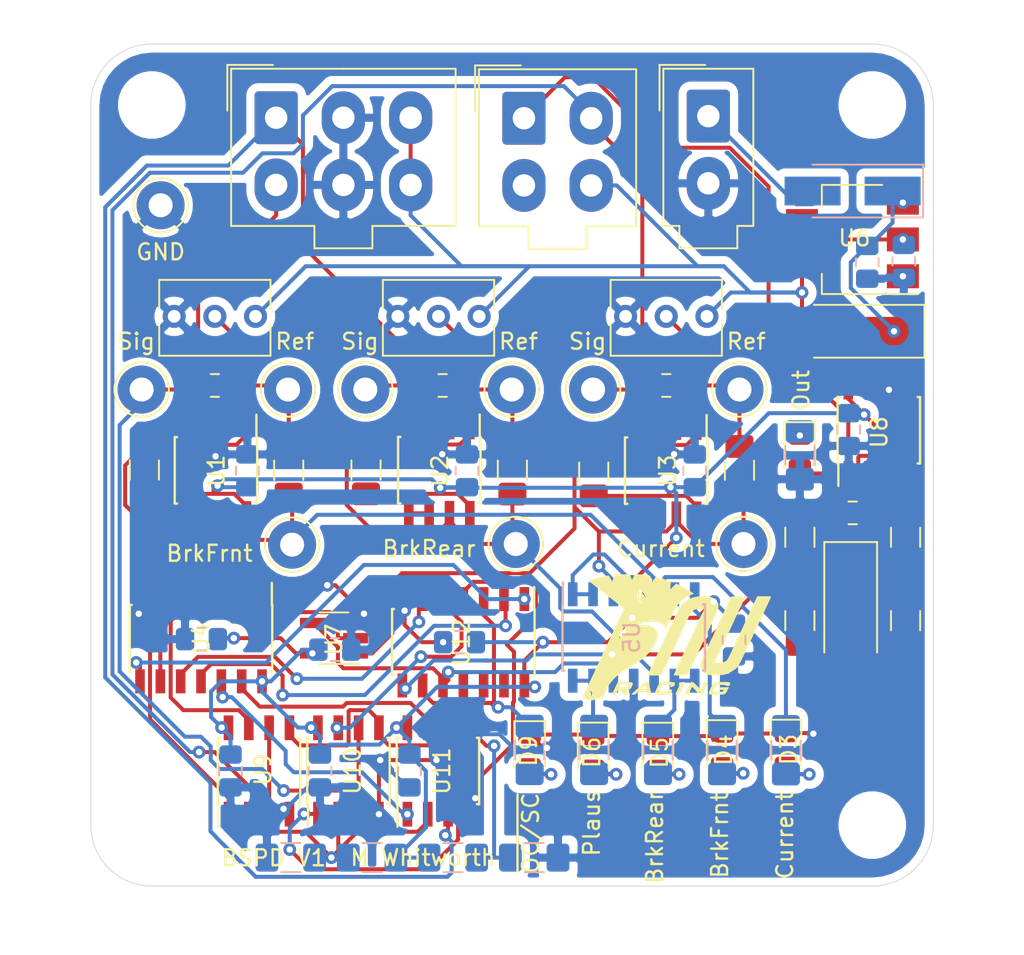
<source format=kicad_pcb>
(kicad_pcb (version 20171130) (host pcbnew "(5.1.0)-1")
  (layers (0 F.Cu signal) (31 B.Cu signal) (34 B.Paste user) (35 F.Paste user) (36 B.SilkS user) (37 F.SilkS user) (38 B.Mask user) (39 F.Mask user) (44 Edge.Cuts user))
  (net 0 "")
  (net 1 "Net-(C1-Pad1)")
  (net 2 BrkFrnt)
  (net 3 "Net-(C2-Pad1)")
  (net 4 BrkRear)
  (net 5 VCC)
  (net 6 GND)
  (net 7 Current_Sense)
  (net 8 "Net-(C5-Pad1)")
  (net 9 "Net-(C12-Pad1)")
  (net 10 "Net-(D1-Pad2)")
  (net 11 "Net-(D3-Pad2)")
  (net 12 "Net-(D4-Pad2)")
  (net 13 "Net-(D5-Pad2)")
  (net 14 "Net-(D6-Pad2)")
  (net 15 "Net-(D7-Pad2)")
  (net 16 "Net-(D8-Pad1)")
  (net 17 BSPD_Sig)
  (net 18 "Net-(J2-Pad3)")
  (net 19 Current_Led)
  (net 20 "Net-(R13-Pad1)")
  (net 21 OC)
  (net 22 SC)
  (net 23 "Net-(U1-Pad5)")
  (net 24 "Net-(U2-Pad5)")
  (net 25 "Net-(U3-Pad5)")
  (net 26 "Net-(U11-Pad1)")
  (net 27 "Net-(U10-Pad1)")
  (net 28 "Net-(U10-Pad7)")
  (net 29 "Net-(D9-Pad2)")
  (net 30 +12V)
  (net 31 /~OCSC)
  (net 32 /~FLT_SIG)
  (net 33 /BRKF_~OCSC)
  (net 34 /CS_~OCSC)
  (net 35 "Net-(U12-Pad1)")
  (net 36 "Net-(U11-Pad7)")
  (net 37 /BRKR_~OCSC)
  (net 38 /BRK_SIG)
  (net 39 /Plausibility)
  (net 40 "Net-(U8-Pad7)")
  (net 41 "Net-(U4-Pad5)")
  (net 42 "Net-(U4-Pad4)")
  (net 43 /BRK_FRNT)
  (net 44 /BRK_REAR)
  (net 45 "Net-(R7-Pad2)")
  (net 46 "Net-(R8-Pad2)")
  (net 47 "Net-(R9-Pad2)")
  (net 48 "Net-(R10-Pad2)")
  (module APPS:NUR1000 (layer F.Cu) (at 104.182 94.276)
    (fp_text reference G*** hide)
    (fp_text value LOGO hide)
  )
  (module Package_SO:SOIC-14_3.9x8.7mm_P1.27mm (layer F.Cu) (at 90.83 94.534 270)
    (fp_text reference U12 (at 0 0.11 270) (layer F.SilkS))
    (fp_text value 74LS08)
    (pad 14 smd rect (at 2.7 -3.81 270) (size 1.5 0.6) (layers F.Cu F.Paste F.Mask) (net 5 VCC))
    (pad 13 smd rect (at 2.7 -2.54 270) (size 1.5 0.6) (layers F.Cu F.Paste F.Mask))
    (pad 12 smd rect (at 2.7 -1.27 270) (size 1.5 0.6) (layers F.Cu F.Paste F.Mask))
    (pad 11 smd rect (at 2.7 0 270) (size 1.5 0.6) (layers F.Cu F.Paste F.Mask))
    (pad 10 smd rect (at 2.7 1.27 270) (size 1.5 0.6) (layers F.Cu F.Paste F.Mask) (net 39 /Plausibility))
    (pad 9 smd rect (at 2.7 2.54 270) (size 1.5 0.6) (layers F.Cu F.Paste F.Mask) (net 31 /~OCSC))
    (pad 8 smd rect (at 2.7 3.81 270) (size 1.5 0.6) (layers F.Cu F.Paste F.Mask) (net 32 /~FLT_SIG))
    (pad 7 smd rect (at -2.7 3.81 270) (size 1.5 0.6) (layers F.Cu F.Paste F.Mask) (net 6 GND))
    (pad 6 smd rect (at -2.7 2.54 270) (size 1.5 0.6) (layers F.Cu F.Paste F.Mask) (net 33 /BRKF_~OCSC))
    (pad 5 smd rect (at -2.7 1.27 270) (size 1.5 0.6) (layers F.Cu F.Paste F.Mask) (net 28 "Net-(U10-Pad7)"))
    (pad 4 smd rect (at -2.7 0 270) (size 1.5 0.6) (layers F.Cu F.Paste F.Mask) (net 27 "Net-(U10-Pad1)"))
    (pad 3 smd rect (at -2.7 -1.27 270) (size 1.5 0.6) (layers F.Cu F.Paste F.Mask) (net 31 /~OCSC))
    (pad 2 smd rect (at -2.7 -2.54 270) (size 1.5 0.6) (layers F.Cu F.Paste F.Mask) (net 37 /BRKR_~OCSC))
    (pad 1 smd rect (at -2.7 -3.81 270) (size 1.5 0.6) (layers F.Cu F.Paste F.Mask) (net 35 "Net-(U12-Pad1)"))
  )
  (module Package_SO:SOIC-14_3.9x8.7mm_P1.27mm (layer F.Cu) (at 74.447 94.2755 270)
    (fp_text reference U4 (at 0.0005 -0.017 270) (layer F.SilkS))
    (fp_text value 74LS08)
    (pad 14 smd rect (at 2.7 -3.81 270) (size 1.5 0.6) (layers F.Cu F.Paste F.Mask) (net 5 VCC))
    (pad 13 smd rect (at 2.7 -2.54 270) (size 1.5 0.6) (layers F.Cu F.Paste F.Mask) (net 36 "Net-(U11-Pad7)"))
    (pad 12 smd rect (at 2.7 -1.27 270) (size 1.5 0.6) (layers F.Cu F.Paste F.Mask) (net 26 "Net-(U11-Pad1)"))
    (pad 11 smd rect (at 2.7 0 270) (size 1.5 0.6) (layers F.Cu F.Paste F.Mask) (net 37 /BRKR_~OCSC))
    (pad 10 smd rect (at 2.7 1.27 270) (size 1.5 0.6) (layers F.Cu F.Paste F.Mask) (net 33 /BRKF_~OCSC))
    (pad 9 smd rect (at 2.7 2.54 270) (size 1.5 0.6) (layers F.Cu F.Paste F.Mask) (net 34 /CS_~OCSC))
    (pad 8 smd rect (at 2.7 3.81 270) (size 1.5 0.6) (layers F.Cu F.Paste F.Mask) (net 35 "Net-(U12-Pad1)"))
    (pad 7 smd rect (at -2.7 3.81 270) (size 1.5 0.6) (layers F.Cu F.Paste F.Mask) (net 6 GND))
    (pad 6 smd rect (at -2.7 2.54 270) (size 1.5 0.6) (layers F.Cu F.Paste F.Mask) (net 34 /CS_~OCSC))
    (pad 5 smd rect (at -2.7 1.27 270) (size 1.5 0.6) (layers F.Cu F.Paste F.Mask) (net 41 "Net-(U4-Pad5)"))
    (pad 4 smd rect (at -2.7 0 270) (size 1.5 0.6) (layers F.Cu F.Paste F.Mask) (net 42 "Net-(U4-Pad4)"))
    (pad 3 smd rect (at -2.7 -1.27 270) (size 1.5 0.6) (layers F.Cu F.Paste F.Mask) (net 38 /BRK_SIG))
    (pad 2 smd rect (at -2.7 -2.54 270) (size 1.5 0.6) (layers F.Cu F.Paste F.Mask) (net 43 /BRK_FRNT))
    (pad 1 smd rect (at -2.7 -3.81 270) (size 1.5 0.6) (layers F.Cu F.Paste F.Mask) (net 44 /BRK_REAR))
  )
  (module Capacitor_SMD:C_0805_2012Metric_Pad1.15x1.40mm_HandSolder (layer B.Cu) (at 90.593 94.53 180)
    (fp_text reference C17)
    (fp_text value 0.1uF)
    (pad 2 smd roundrect (at 1.025 0 180) (size 1.15 1.4) (layers B.Cu B.Paste B.Mask) (roundrect_rratio 0.217391) (net 6 GND))
    (pad 1 smd roundrect (at -1.025 0 180) (size 1.15 1.4) (layers B.Cu B.Paste B.Mask) (roundrect_rratio 0.217391) (net 5 VCC))
  )
  (module Capacitor_SMD:C_0805_2012Metric_Pad1.15x1.40mm_HandSolder (layer B.Cu) (at 74.473 94.3395 180)
    (fp_text reference C16)
    (fp_text value 0.1uF)
    (pad 2 smd roundrect (at 1.025 0 180) (size 1.15 1.4) (layers B.Cu B.Paste B.Mask) (roundrect_rratio 0.217391) (net 6 GND))
    (pad 1 smd roundrect (at -1.025 0 180) (size 1.15 1.4) (layers B.Cu B.Paste B.Mask) (roundrect_rratio 0.217391) (net 5 VCC))
  )
  (module Resistor_SMD:R_1206_3216Metric_Pad1.42x1.75mm_HandSolder (layer B.Cu) (at 94.9745 101.261 90)
    (fp_text reference R20)
    (fp_text value 3.3k)
    (pad 2 smd roundrect (at 1.4875 0 90) (size 1.425 1.75) (layers B.Cu B.Paste B.Mask) (roundrect_rratio 0.175439) (net 31 /~OCSC))
    (pad 1 smd roundrect (at -1.4875 0 90) (size 1.425 1.75) (layers B.Cu B.Paste B.Mask) (roundrect_rratio 0.175439) (net 29 "Net-(D9-Pad2)"))
  )
  (module Diode_SMD:D_0805_2012Metric_Pad1.15x1.40mm_HandSolder (layer F.Cu) (at 94.9745 101.3245 270)
    (fp_text reference D9 (at 0 0.0635 270) (layer F.SilkS))
    (fp_text value ~OCSC)
    (pad 2 smd roundrect (at 1.025 0 270) (size 1.15 1.4) (layers F.Cu F.Paste F.Mask) (roundrect_rratio 0.217391) (net 29 "Net-(D9-Pad2)"))
    (pad 1 smd roundrect (at -1.025 0 270) (size 1.15 1.4) (layers F.Cu F.Paste F.Mask) (roundrect_rratio 0.217391) (net 6 GND))
  )
  (module MountingHole:MountingHole_3.2mm_M3 (layer F.Cu) (at 116.374 105.96)
    (fp_text reference REF**)
    (fp_text value MountingHole_3.2mm_M3)
    (pad 1 np_thru_hole circle (at 0 0) (size 3.2 3.2) (drill 3.2) (layers *.Cu *.Mask))
  )
  (module MountingHole:MountingHole_3.2mm_M3 (layer F.Cu) (at 71.374 105.96)
    (fp_text reference REF**)
    (fp_text value MountingHole_3.2mm_M3)
    (pad 1 np_thru_hole circle (at 0 0) (size 3.2 3.2) (drill 3.2) (layers *.Cu *.Mask))
  )
  (module MountingHole:MountingHole_3.2mm_M3 (layer F.Cu) (at 116.374 60.96)
    (fp_text reference REF**)
    (fp_text value MountingHole_3.2mm_M3)
    (pad 1 np_thru_hole circle (at 0 0) (size 3.2 3.2) (drill 3.2) (layers *.Cu *.Mask))
  )
  (module MountingHole:MountingHole_3.2mm_M3 (layer F.Cu) (at 71.374 60.96)
    (fp_text reference REF**)
    (fp_text value MountingHole_3.2mm_M3)
    (pad 1 np_thru_hole circle (at 0 0) (size 3.2 3.2) (drill 3.2) (layers *.Cu *.Mask))
  )
  (module Capacitor_SMD:C_0805_2012Metric (layer F.Cu) (at 75.311 78.486 180)
    (fp_text reference C1)
    (fp_text value 0.1u)
    (pad 1 smd roundrect (at -0.9375 0 180) (size 0.975 1.4) (layers F.Cu F.Paste F.Mask) (net 1 "Net-(C1-Pad1)"))
    (pad 2 smd roundrect (at 0.9375 0 180) (size 0.975 1.4) (layers F.Cu F.Paste F.Mask) (net 2 BrkFrnt))
  )
  (module Capacitor_SMD:C_0805_2012Metric_Pad1.15x1.40mm_HandSolder (layer F.Cu) (at 89.535 78.486 180)
    (fp_text reference C2)
    (fp_text value 0.1u)
    (pad 1 smd roundrect (at -1.025 0 180) (size 1.15 1.4) (layers F.Cu F.Paste F.Mask) (roundrect_rratio 0.217391) (net 3 "Net-(C2-Pad1)"))
    (pad 2 smd roundrect (at 1.025 0 180) (size 1.15 1.4) (layers F.Cu F.Paste F.Mask) (roundrect_rratio 0.217391) (net 4 BrkRear))
  )
  (module Capacitor_SMD:C_0805_2012Metric_Pad1.15x1.40mm_HandSolder (layer B.Cu) (at 77.343 83.82 90)
    (fp_text reference C3)
    (fp_text value 0.1uF)
    (pad 1 smd roundrect (at -1.025 0 90) (size 1.15 1.4) (layers B.Cu B.Paste B.Mask) (roundrect_rratio 0.217391) (net 5 VCC))
    (pad 2 smd roundrect (at 1.025 0 90) (size 1.15 1.4) (layers B.Cu B.Paste B.Mask) (roundrect_rratio 0.217391) (net 6 GND))
  )
  (module Capacitor_SMD:C_0805_2012Metric_Pad1.15x1.40mm_HandSolder (layer B.Cu) (at 91.059 83.82 90)
    (fp_text reference C4)
    (fp_text value 0.1uF)
    (pad 2 smd roundrect (at 1.025 0 90) (size 1.15 1.4) (layers B.Cu B.Paste B.Mask) (roundrect_rratio 0.217391) (net 6 GND))
    (pad 1 smd roundrect (at -1.025 0 90) (size 1.15 1.4) (layers B.Cu B.Paste B.Mask) (roundrect_rratio 0.217391) (net 5 VCC))
  )
  (module Capacitor_SMD:C_0805_2012Metric_Pad1.15x1.40mm_HandSolder (layer F.Cu) (at 103.505 78.486 180)
    (fp_text reference C5)
    (fp_text value 0.1u)
    (pad 2 smd roundrect (at 1.025 0 180) (size 1.15 1.4) (layers F.Cu F.Paste F.Mask) (roundrect_rratio 0.217391) (net 7 Current_Sense))
    (pad 1 smd roundrect (at -1.025 0 180) (size 1.15 1.4) (layers F.Cu F.Paste F.Mask) (roundrect_rratio 0.217391) (net 8 "Net-(C5-Pad1)"))
  )
  (module Capacitor_SMD:C_0805_2012Metric_Pad1.15x1.40mm_HandSolder (layer B.Cu) (at 105.283 83.82 90)
    (fp_text reference C6)
    (fp_text value 0.1uF)
    (pad 2 smd roundrect (at 1.025 0 90) (size 1.15 1.4) (layers B.Cu B.Paste B.Mask) (roundrect_rratio 0.217391) (net 6 GND))
    (pad 1 smd roundrect (at -1.025 0 90) (size 1.15 1.4) (layers B.Cu B.Paste B.Mask) (roundrect_rratio 0.217391) (net 5 VCC))
  )
  (module Capacitor_SMD:C_0805_2012Metric_Pad1.15x1.40mm_HandSolder (layer B.Cu) (at 107.738 94.394 270)
    (fp_text reference C7)
    (fp_text value 0.1uF)
    (pad 1 smd roundrect (at -1.025 0 270) (size 1.15 1.4) (layers B.Cu B.Paste B.Mask) (roundrect_rratio 0.217391) (net 5 VCC))
    (pad 2 smd roundrect (at 1.025 0 270) (size 1.15 1.4) (layers B.Cu B.Paste B.Mask) (roundrect_rratio 0.217391) (net 6 GND))
  )
  (module Capacitor_SMD:C_0805_2012Metric_Pad1.15x1.40mm_HandSolder (layer B.Cu) (at 116.0565 70.79 270)
    (fp_text reference C8)
    (fp_text value 1u)
    (pad 2 smd roundrect (at 1.025 0 270) (size 1.15 1.4) (layers B.Cu B.Paste B.Mask) (roundrect_rratio 0.217391) (net 6 GND))
    (pad 1 smd roundrect (at -1.025 0 270) (size 1.15 1.4) (layers B.Cu B.Paste B.Mask) (roundrect_rratio 0.217391) (net 30 +12V))
  )
  (module Capacitor_SMD:C_0805_2012Metric_Pad1.15x1.40mm_HandSolder (layer B.Cu) (at 82.804 94.996)
    (fp_text reference C9)
    (fp_text value 0.1uF)
    (pad 1 smd roundrect (at -1.025 0) (size 1.15 1.4) (layers B.Cu B.Paste B.Mask) (roundrect_rratio 0.217391) (net 5 VCC))
    (pad 2 smd roundrect (at 1.025 0) (size 1.15 1.4) (layers B.Cu B.Paste B.Mask) (roundrect_rratio 0.217391) (net 6 GND))
  )
  (module Capacitor_SMD:C_0805_2012Metric_Pad1.15x1.40mm_HandSolder (layer B.Cu) (at 118.3425 70.7265 270)
    (fp_text reference C10)
    (fp_text value 100n)
    (pad 1 smd roundrect (at -1.025 0 270) (size 1.15 1.4) (layers B.Cu B.Paste B.Mask) (roundrect_rratio 0.217391) (net 5 VCC))
    (pad 2 smd roundrect (at 1.025 0 270) (size 1.15 1.4) (layers B.Cu B.Paste B.Mask) (roundrect_rratio 0.217391) (net 6 GND))
  )
  (module Capacitor_SMD:C_0805_2012Metric_Pad1.15x1.40mm_HandSolder (layer B.Cu) (at 114.897 81.242 270)
    (fp_text reference C11)
    (fp_text value 0.1uF)
    (pad 1 smd roundrect (at -1.025 0 270) (size 1.15 1.4) (layers B.Cu B.Paste B.Mask) (roundrect_rratio 0.217391) (net 5 VCC))
    (pad 2 smd roundrect (at 1.025 0 270) (size 1.15 1.4) (layers B.Cu B.Paste B.Mask) (roundrect_rratio 0.217391) (net 6 GND))
  )
  (module Capacitor_SMD:C_0805_2012Metric_Pad1.15x1.40mm_HandSolder (layer F.Cu) (at 115.151 86.449)
    (fp_text reference C12)
    (fp_text value 2.2uF)
    (pad 2 smd roundrect (at 1.025 0) (size 1.15 1.4) (layers F.Cu F.Paste F.Mask) (roundrect_rratio 0.217391) (net 6 GND))
    (pad 1 smd roundrect (at -1.025 0) (size 1.15 1.4) (layers F.Cu F.Paste F.Mask) (roundrect_rratio 0.217391) (net 9 "Net-(C12-Pad1)"))
  )
  (module Capacitor_SMD:C_0805_2012Metric_Pad1.15x1.40mm_HandSolder (layer B.Cu) (at 76.289 102.578 270)
    (fp_text reference C13)
    (fp_text value 0.1uF)
    (pad 2 smd roundrect (at 1.025 0 270) (size 1.15 1.4) (layers B.Cu B.Paste B.Mask) (roundrect_rratio 0.217391) (net 6 GND))
    (pad 1 smd roundrect (at -1.025 0 270) (size 1.15 1.4) (layers B.Cu B.Paste B.Mask) (roundrect_rratio 0.217391) (net 5 VCC))
  )
  (module Capacitor_SMD:C_0805_2012Metric_Pad1.15x1.40mm_HandSolder (layer B.Cu) (at 81.877 102.578 270)
    (fp_text reference C14)
    (fp_text value 0.1uF)
    (pad 1 smd roundrect (at -1.025 0 270) (size 1.15 1.4) (layers B.Cu B.Paste B.Mask) (roundrect_rratio 0.217391) (net 5 VCC))
    (pad 2 smd roundrect (at 1.025 0 270) (size 1.15 1.4) (layers B.Cu B.Paste B.Mask) (roundrect_rratio 0.217391) (net 6 GND))
  )
  (module Capacitor_SMD:C_0805_2012Metric_Pad1.15x1.40mm_HandSolder (layer B.Cu) (at 87.465 102.578 270)
    (fp_text reference C15)
    (fp_text value 0.1uF)
    (pad 2 smd roundrect (at 1.025 0 270) (size 1.15 1.4) (layers B.Cu B.Paste B.Mask) (roundrect_rratio 0.217391) (net 6 GND))
    (pad 1 smd roundrect (at -1.025 0 270) (size 1.15 1.4) (layers B.Cu B.Paste B.Mask) (roundrect_rratio 0.217391) (net 5 VCC))
  )
  (module Diode_SMD:D_SMA_Handsoldering (layer B.Cu) (at 115.144 66.336 180)
    (fp_text reference D1)
    (fp_text value D)
    (pad 1 smd rect (at -2.5 0 180) (size 3.5 1.8) (layers B.Cu B.Paste B.Mask) (net 30 +12V))
    (pad 2 smd rect (at 2.5 0 180) (size 3.5 1.8) (layers B.Cu B.Paste B.Mask) (net 10 "Net-(D1-Pad2)"))
  )
  (module Diode_SMD:D_SMA_Handsoldering (layer F.Cu) (at 115.231 75.099 180)
    (fp_text reference D2)
    (fp_text value D)
    (pad 2 smd rect (at 2.5 0 180) (size 3.5 1.8) (layers F.Cu F.Paste F.Mask) (net 5 VCC))
    (pad 1 smd rect (at -2.5 0 180) (size 3.5 1.8) (layers F.Cu F.Paste F.Mask) (net 30 +12V))
  )
  (module Diode_SMD:D_0805_2012Metric_Pad1.15x1.40mm_HandSolder (layer F.Cu) (at 110.9804 101.2354 270)
    (fp_text reference D3 (at 0 -0.1778 270) (layer F.SilkS))
    (fp_text value LED)
    (pad 2 smd roundrect (at 1.025 0 270) (size 1.15 1.4) (layers F.Cu F.Paste F.Mask) (roundrect_rratio 0.217391) (net 11 "Net-(D3-Pad2)"))
    (pad 1 smd roundrect (at -1.025 0 270) (size 1.15 1.4) (layers F.Cu F.Paste F.Mask) (roundrect_rratio 0.217391) (net 6 GND))
  )
  (module Diode_SMD:D_0805_2012Metric_Pad1.15x1.40mm_HandSolder (layer F.Cu) (at 106.9926 101.2608 270)
    (fp_text reference D4 (at 0 -0.1016 270) (layer F.SilkS))
    (fp_text value LED)
    (pad 1 smd roundrect (at -1.025 0 270) (size 1.15 1.4) (layers F.Cu F.Paste F.Mask) (roundrect_rratio 0.217391) (net 6 GND))
    (pad 2 smd roundrect (at 1.025 0 270) (size 1.15 1.4) (layers F.Cu F.Paste F.Mask) (roundrect_rratio 0.217391) (net 12 "Net-(D4-Pad2)"))
  )
  (module Diode_SMD:D_0805_2012Metric_Pad1.15x1.40mm_HandSolder (layer F.Cu) (at 102.9794 101.4222 270)
    (fp_text reference D5 (at 0.0128 -0.1016 270) (layer F.SilkS))
    (fp_text value LED)
    (pad 2 smd roundrect (at 1.025 0 270) (size 1.15 1.4) (layers F.Cu F.Paste F.Mask) (roundrect_rratio 0.217391) (net 13 "Net-(D5-Pad2)"))
    (pad 1 smd roundrect (at -1.025 0 270) (size 1.15 1.4) (layers F.Cu F.Paste F.Mask) (roundrect_rratio 0.217391) (net 6 GND))
  )
  (module Diode_SMD:D_0805_2012Metric_Pad1.15x1.40mm_HandSolder (layer F.Cu) (at 98.9408 101.4132 270)
    (fp_text reference D6 (at 0 0.0762 270) (layer F.SilkS))
    (fp_text value LED)
    (pad 1 smd roundrect (at -1.025 0 270) (size 1.15 1.4) (layers F.Cu F.Paste F.Mask) (roundrect_rratio 0.217391) (net 6 GND))
    (pad 2 smd roundrect (at 1.025 0 270) (size 1.15 1.4) (layers F.Cu F.Paste F.Mask) (roundrect_rratio 0.217391) (net 14 "Net-(D6-Pad2)"))
  )
  (module Diode_SMD:D_SMA_Handsoldering (layer F.Cu) (at 115.024 92.672 270)
    (fp_text reference D7)
    (fp_text value D)
    (pad 1 smd rect (at -2.5 0 270) (size 3.5 1.8) (layers F.Cu F.Paste F.Mask) (net 9 "Net-(C12-Pad1)"))
    (pad 2 smd rect (at 2.5 0 270) (size 3.5 1.8) (layers F.Cu F.Paste F.Mask) (net 15 "Net-(D7-Pad2)"))
  )
  (module Diode_SMD:D_0805_2012Metric_Pad1.15x1.40mm_HandSolder (layer F.Cu) (at 111.849 82.639 270)
    (fp_text reference D8)
    (fp_text value LED)
    (pad 1 smd roundrect (at -1.025 0 270) (size 1.15 1.4) (layers F.Cu F.Paste F.Mask) (roundrect_rratio 0.217391) (net 16 "Net-(D8-Pad1)"))
    (pad 2 smd roundrect (at 1.025 0 270) (size 1.15 1.4) (layers F.Cu F.Paste F.Mask) (roundrect_rratio 0.217391) (net 17 BSPD_Sig))
  )
  (module Mini-Fit-Jr-4.20mm-pitch:Molex-Mini-Fit-Jr-6-pin-P4.2mm-RowP4.2mm (layer F.Cu) (at 83.439 71.755)
    (fp_text reference J1)
    (fp_text value Conn_01x06_Female)
    (pad 2 thru_hole oval (at -0.1 -10) (size 2.7 3.3) (drill 1.4) (layers *.Cu *.Mask) (net 6 GND))
    (pad 4 thru_hole oval (at -4.3 -5.8) (size 2.7 3.3) (drill 1.4) (layers *.Cu *.Mask) (net 2 BrkFrnt))
    (pad 6 thru_hole oval (at 4.1 -5.8) (size 2.7 3.3) (drill 1.4) (layers *.Cu *.Mask) (net 5 VCC))
    (pad 5 thru_hole oval (at -0.1 -5.8) (size 2.7 3.3) (drill 1.4) (layers *.Cu *.Mask) (net 6 GND))
    (pad 3 thru_hole oval (at 4.1 -10) (size 2.7 3.3) (drill 1.4) (layers *.Cu *.Mask) (net 5 VCC))
    (pad 1 thru_hole roundrect (at -4.3 -10) (size 2.7 3.3) (drill 1.4) (layers *.Cu *.Mask) (roundrect_rratio 0.09259299999999999) (net 4 BrkRear))
  )
  (module Mini-Fit-Jr-4.20mm-pitch:Molex-Mini-Fit-Jr-4-pin-P4.2mm-RowP4.2mm (layer F.Cu) (at 94.615 61.087)
    (fp_text reference J2)
    (fp_text value Conn_01x04_Female)
    (pad 1 thru_hole roundrect (at 0 0.7) (size 2.7 3.3) (drill 1.4) (layers *.Cu *.Mask) (roundrect_rratio 0.09259299999999999) (net 17 BSPD_Sig))
    (pad 2 thru_hole oval (at 4.2 0.7) (size 2.7 3.3) (drill 1.4) (layers *.Cu *.Mask) (net 7 Current_Sense))
    (pad 3 thru_hole oval (at 0 4.9) (size 2.7 3.3) (drill 1.4) (layers *.Cu *.Mask) (net 18 "Net-(J2-Pad3)"))
    (pad 4 thru_hole oval (at 4.2 4.9) (size 2.7 3.3) (drill 1.4) (layers *.Cu *.Mask) (net 5 VCC))
  )
  (module Mini-Fit-Jr-4.20mm-pitch:Molex-Mini-Fit-Jr-2-pin-P4.2mm-RowP4.2mm (layer F.Cu) (at 106.134 71.755)
    (fp_text reference J3)
    (fp_text value Conn_01x02_Female)
    (pad 2 thru_hole oval (at 0 -5.9) (size 2.7 3.3) (drill 1.4) (layers *.Cu *.Mask) (net 6 GND))
    (pad 1 thru_hole roundrect (at 0 -10.1) (size 2.7 3.3) (drill 1.4) (layers *.Cu *.Mask) (roundrect_rratio 0.09259299999999999) (net 10 "Net-(D1-Pad2)"))
  )
  (module Resistor_SMD:R_1206_3216Metric_Pad1.42x1.75mm_HandSolder (layer F.Cu) (at 79.925 83.7835 90)
    (fp_text reference R1)
    (fp_text value R)
    (pad 2 smd roundrect (at 1.4875 0 90) (size 1.425 1.75) (layers F.Cu F.Paste F.Mask) (roundrect_rratio 0.175439) (net 1 "Net-(C1-Pad1)"))
    (pad 1 smd roundrect (at -1.4875 0 90) (size 1.425 1.75) (layers F.Cu F.Paste F.Mask) (roundrect_rratio 0.175439) (net 43 /BRK_FRNT))
  )
  (module Resistor_SMD:R_1206_3216Metric_Pad1.42x1.75mm_HandSolder (layer F.Cu) (at 93.895 83.7835 90)
    (fp_text reference R2)
    (fp_text value R)
    (pad 1 smd roundrect (at -1.4875 0 90) (size 1.425 1.75) (layers F.Cu F.Paste F.Mask) (roundrect_rratio 0.175439) (net 44 /BRK_REAR))
    (pad 2 smd roundrect (at 1.4875 0 90) (size 1.425 1.75) (layers F.Cu F.Paste F.Mask) (roundrect_rratio 0.175439) (net 3 "Net-(C2-Pad1)"))
  )
  (module Resistor_SMD:R_1206_3216Metric_Pad1.42x1.75mm_HandSolder (layer F.Cu) (at 70.908 83.7715 90)
    (fp_text reference R3)
    (fp_text value 10k)
    (pad 1 smd roundrect (at -1.4875 0 90) (size 1.425 1.75) (layers F.Cu F.Paste F.Mask) (roundrect_rratio 0.175439) (net 5 VCC))
    (pad 2 smd roundrect (at 1.4875 0 90) (size 1.425 1.75) (layers F.Cu F.Paste F.Mask) (roundrect_rratio 0.175439) (net 43 /BRK_FRNT))
  )
  (module Resistor_SMD:R_1206_3216Metric_Pad1.42x1.75mm_HandSolder (layer F.Cu) (at 84.751 83.7715 270)
    (fp_text reference R4)
    (fp_text value 10k)
    (pad 2 smd roundrect (at 1.4875 0 270) (size 1.425 1.75) (layers F.Cu F.Paste F.Mask) (roundrect_rratio 0.175439) (net 5 VCC))
    (pad 1 smd roundrect (at -1.4875 0 270) (size 1.425 1.75) (layers F.Cu F.Paste F.Mask) (roundrect_rratio 0.175439) (net 44 /BRK_REAR))
  )
  (module Resistor_SMD:R_1206_3216Metric_Pad1.42x1.75mm_HandSolder (layer F.Cu) (at 108.077 83.7835 90)
    (fp_text reference R5)
    (fp_text value R)
    (pad 2 smd roundrect (at 1.4875 0 90) (size 1.425 1.75) (layers F.Cu F.Paste F.Mask) (roundrect_rratio 0.175439) (net 8 "Net-(C5-Pad1)"))
    (pad 1 smd roundrect (at -1.4875 0 90) (size 1.425 1.75) (layers F.Cu F.Paste F.Mask) (roundrect_rratio 0.175439) (net 19 Current_Led))
  )
  (module Resistor_SMD:R_1206_3216Metric_Pad1.42x1.75mm_HandSolder (layer F.Cu) (at 98.975 83.8985 90)
    (fp_text reference R6)
    (fp_text value 10k)
    (pad 1 smd roundrect (at -1.4875 0 90) (size 1.425 1.75) (layers F.Cu F.Paste F.Mask) (roundrect_rratio 0.175439) (net 5 VCC))
    (pad 2 smd roundrect (at 1.4875 0 90) (size 1.425 1.75) (layers F.Cu F.Paste F.Mask) (roundrect_rratio 0.175439) (net 19 Current_Led))
  )
  (module Resistor_SMD:R_1206_3216Metric_Pad1.42x1.75mm_HandSolder (layer B.Cu) (at 110.9804 101.2809 90)
    (fp_text reference R7)
    (fp_text value 3.3k)
    (pad 1 smd roundrect (at -1.4875 0 90) (size 1.425 1.75) (layers B.Cu B.Paste B.Mask) (roundrect_rratio 0.175439) (net 11 "Net-(D3-Pad2)"))
    (pad 2 smd roundrect (at 1.4875 0 90) (size 1.425 1.75) (layers B.Cu B.Paste B.Mask) (roundrect_rratio 0.175439) (net 45 "Net-(R7-Pad2)"))
  )
  (module Resistor_SMD:R_1206_3216Metric_Pad1.42x1.75mm_HandSolder (layer B.Cu) (at 106.9926 101.2698 90)
    (fp_text reference R8)
    (fp_text value 3.3k)
    (pad 2 smd roundrect (at 1.4875 0 90) (size 1.425 1.75) (layers B.Cu B.Paste B.Mask) (roundrect_rratio 0.175439) (net 46 "Net-(R8-Pad2)"))
    (pad 1 smd roundrect (at -1.4875 0 90) (size 1.425 1.75) (layers B.Cu B.Paste B.Mask) (roundrect_rratio 0.175439) (net 12 "Net-(D4-Pad2)"))
  )
  (module Resistor_SMD:R_1206_3216Metric_Pad1.42x1.75mm_HandSolder (layer B.Cu) (at 102.9882 101.261 90)
    (fp_text reference R9)
    (fp_text value 3.3k)
    (pad 1 smd roundrect (at -1.4875 0 90) (size 1.425 1.75) (layers B.Cu B.Paste B.Mask) (roundrect_rratio 0.175439) (net 13 "Net-(D5-Pad2)"))
    (pad 2 smd roundrect (at 1.4875 0 90) (size 1.425 1.75) (layers B.Cu B.Paste B.Mask) (roundrect_rratio 0.175439) (net 47 "Net-(R9-Pad2)"))
  )
  (module Resistor_SMD:R_1206_3216Metric_Pad1.42x1.75mm_HandSolder (layer B.Cu) (at 99.0004 101.261 90)
    (fp_text reference R10)
    (fp_text value 3.3k)
    (pad 1 smd roundrect (at -1.4875 0 90) (size 1.425 1.75) (layers B.Cu B.Paste B.Mask) (roundrect_rratio 0.175439) (net 14 "Net-(D6-Pad2)"))
    (pad 2 smd roundrect (at 1.4875 0 90) (size 1.425 1.75) (layers B.Cu B.Paste B.Mask) (roundrect_rratio 0.175439) (net 48 "Net-(R10-Pad2)"))
  )
  (module Resistor_SMD:R_1206_3216Metric_Pad1.42x1.75mm_HandSolder (layer F.Cu) (at 111.849 93.18 90)
    (fp_text reference R11)
    (fp_text value 100)
    (pad 2 smd roundrect (at 1.4875 0 90) (size 1.425 1.75) (layers F.Cu F.Paste F.Mask) (roundrect_rratio 0.175439) (net 32 /~FLT_SIG))
    (pad 1 smd roundrect (at -1.4875 0 90) (size 1.425 1.75) (layers F.Cu F.Paste F.Mask) (roundrect_rratio 0.175439) (net 15 "Net-(D7-Pad2)"))
  )
  (module Resistor_SMD:R_1206_3216Metric_Pad1.42x1.75mm_HandSolder (layer F.Cu) (at 111.849 87.973 90)
    (fp_text reference R12)
    (fp_text value 330k)
    (pad 2 smd roundrect (at 1.4875 0 90) (size 1.425 1.75) (layers F.Cu F.Paste F.Mask) (roundrect_rratio 0.175439) (net 9 "Net-(C12-Pad1)"))
    (pad 1 smd roundrect (at -1.4875 0 90) (size 1.425 1.75) (layers F.Cu F.Paste F.Mask) (roundrect_rratio 0.175439) (net 32 /~FLT_SIG))
  )
  (module Resistor_SMD:R_1206_3216Metric_Pad1.42x1.75mm_HandSolder (layer F.Cu) (at 118.453 93.18 270)
    (fp_text reference R13)
    (fp_text value 100k)
    (pad 2 smd roundrect (at 1.4875 0 270) (size 1.425 1.75) (layers F.Cu F.Paste F.Mask) (roundrect_rratio 0.175439) (net 6 GND))
    (pad 1 smd roundrect (at -1.4875 0 270) (size 1.425 1.75) (layers F.Cu F.Paste F.Mask) (roundrect_rratio 0.175439) (net 20 "Net-(R13-Pad1)"))
  )
  (module Resistor_SMD:R_1206_3216Metric_Pad1.42x1.75mm_HandSolder (layer F.Cu) (at 118.453 87.973 90)
    (fp_text reference R14)
    (fp_text value 100k)
    (pad 1 smd roundrect (at -1.4875 0 90) (size 1.425 1.75) (layers F.Cu F.Paste F.Mask) (roundrect_rratio 0.175439) (net 20 "Net-(R13-Pad1)"))
    (pad 2 smd roundrect (at 1.4875 0 90) (size 1.425 1.75) (layers F.Cu F.Paste F.Mask) (roundrect_rratio 0.175439) (net 5 VCC))
  )
  (module Resistor_SMD:R_1206_3216Metric_Pad1.42x1.75mm_HandSolder (layer B.Cu) (at 111.849 82.8565 90)
    (fp_text reference R15)
    (fp_text value 3.3k)
    (pad 1 smd roundrect (at -1.4875 0 90) (size 1.425 1.75) (layers B.Cu B.Paste B.Mask) (roundrect_rratio 0.175439) (net 6 GND))
    (pad 2 smd roundrect (at 1.4875 0 90) (size 1.425 1.75) (layers B.Cu B.Paste B.Mask) (roundrect_rratio 0.175439) (net 16 "Net-(D8-Pad1)"))
  )
  (module Resistor_SMD:R_1206_3216Metric_Pad1.42x1.75mm_HandSolder (layer B.Cu) (at 90.1755 107.992)
    (fp_text reference R16)
    (fp_text value 10k)
    (pad 1 smd roundrect (at -1.4875 0) (size 1.425 1.75) (layers B.Cu B.Paste B.Mask) (roundrect_rratio 0.175439) (net 5 VCC))
    (pad 2 smd roundrect (at 1.4875 0) (size 1.425 1.75) (layers B.Cu B.Paste B.Mask) (roundrect_rratio 0.175439) (net 22 SC))
  )
  (module Resistor_SMD:R_1206_3216Metric_Pad1.42x1.75mm_HandSolder (layer B.Cu) (at 95.2555 107.992)
    (fp_text reference R17)
    (fp_text value 100k)
    (pad 2 smd roundrect (at 1.4875 0) (size 1.425 1.75) (layers B.Cu B.Paste B.Mask) (roundrect_rratio 0.175439) (net 6 GND))
    (pad 1 smd roundrect (at -1.4875 0) (size 1.425 1.75) (layers B.Cu B.Paste B.Mask) (roundrect_rratio 0.175439) (net 22 SC))
  )
  (module Resistor_SMD:R_1206_3216Metric_Pad1.42x1.75mm_HandSolder (layer B.Cu) (at 85.132 107.992 180)
    (fp_text reference R18)
    (fp_text value 100k)
    (pad 2 smd roundrect (at 1.4875 0 180) (size 1.425 1.75) (layers B.Cu B.Paste B.Mask) (roundrect_rratio 0.175439) (net 21 OC))
    (pad 1 smd roundrect (at -1.4875 0 180) (size 1.425 1.75) (layers B.Cu B.Paste B.Mask) (roundrect_rratio 0.175439) (net 5 VCC))
  )
  (module Resistor_SMD:R_1206_3216Metric_Pad1.42x1.75mm_HandSolder (layer B.Cu) (at 80.052 107.992 180)
    (fp_text reference R19)
    (fp_text value 10k)
    (pad 1 smd roundrect (at -1.4875 0 180) (size 1.425 1.75) (layers B.Cu B.Paste B.Mask) (roundrect_rratio 0.175439) (net 21 OC))
    (pad 2 smd roundrect (at 1.4875 0 180) (size 1.425 1.75) (layers B.Cu B.Paste B.Mask) (roundrect_rratio 0.175439) (net 6 GND))
  )
  (module Potentiometer_THT:Potentiometer_Bourns_3266Y_Vertical (layer F.Cu) (at 77.851 74.168)
    (fp_text reference RV1)
    (fp_text value 10k)
    (pad 3 thru_hole circle (at -5.08 0) (size 1.44 1.44) (drill 0.8) (layers *.Cu *.Mask) (net 6 GND))
    (pad 2 thru_hole circle (at -2.54 0) (size 1.44 1.44) (drill 0.8) (layers *.Cu *.Mask) (net 1 "Net-(C1-Pad1)"))
    (pad 1 thru_hole circle (at 0 0) (size 1.44 1.44) (drill 0.8) (layers *.Cu *.Mask) (net 5 VCC))
  )
  (module Potentiometer_THT:Potentiometer_Bourns_3266Y_Vertical (layer F.Cu) (at 91.821 74.168)
    (fp_text reference RV2)
    (fp_text value 10k)
    (pad 1 thru_hole circle (at 0 0) (size 1.44 1.44) (drill 0.8) (layers *.Cu *.Mask) (net 5 VCC))
    (pad 2 thru_hole circle (at -2.54 0) (size 1.44 1.44) (drill 0.8) (layers *.Cu *.Mask) (net 3 "Net-(C2-Pad1)"))
    (pad 3 thru_hole circle (at -5.08 0) (size 1.44 1.44) (drill 0.8) (layers *.Cu *.Mask) (net 6 GND))
  )
  (module Potentiometer_THT:Potentiometer_Bourns_3266Y_Vertical (layer F.Cu) (at 106.045 74.168)
    (fp_text reference RV3)
    (fp_text value 10k)
    (pad 3 thru_hole circle (at -5.08 0) (size 1.44 1.44) (drill 0.8) (layers *.Cu *.Mask) (net 6 GND))
    (pad 2 thru_hole circle (at -2.54 0) (size 1.44 1.44) (drill 0.8) (layers *.Cu *.Mask) (net 8 "Net-(C5-Pad1)"))
    (pad 1 thru_hole circle (at 0 0) (size 1.44 1.44) (drill 0.8) (layers *.Cu *.Mask) (net 5 VCC))
  )
  (module TestPoint:TestPoint_Loop_D2.54mm_Drill1.5mm_Beaded (layer F.Cu) (at 79.883 78.74)
    (fp_text reference TP1)
    (fp_text value Ref (at 0.423 -3.006) (layer F.SilkS))
    (pad 1 thru_hole circle (at 0 0) (size 3 3) (drill 1.5) (layers *.Cu *.Mask) (net 1 "Net-(C1-Pad1)"))
  )
  (module TestPoint:TestPoint_Loop_D2.54mm_Drill1.5mm_Beaded (layer F.Cu) (at 93.853 78.74)
    (fp_text reference TP2)
    (fp_text value Ref (at 0.423 -3.006) (layer F.SilkS))
    (pad 1 thru_hole circle (at 0 0) (size 3 3) (drill 1.5) (layers *.Cu *.Mask) (net 3 "Net-(C2-Pad1)"))
  )
  (module TestPoint:TestPoint_Loop_D2.54mm_Drill1.5mm_Beaded (layer F.Cu) (at 70.739 78.74)
    (fp_text reference TP3)
    (fp_text value Sig (at -0.339 -3.006 180) (layer F.SilkS))
    (pad 1 thru_hole circle (at 0 0) (size 3 3) (drill 1.5) (layers *.Cu *.Mask) (net 2 BrkFrnt))
  )
  (module TestPoint:TestPoint_Loop_D2.54mm_Drill1.5mm_Beaded (layer F.Cu) (at 84.709 78.74)
    (fp_text reference TP4)
    (fp_text value Sig (at -0.339 -3.006) (layer F.SilkS))
    (pad 1 thru_hole circle (at 0 0) (size 3 3) (drill 1.5) (layers *.Cu *.Mask) (net 4 BrkRear))
  )
  (module TestPoint:TestPoint_Loop_D2.54mm_Drill1.5mm_Beaded (layer F.Cu) (at 108.077 78.74)
    (fp_text reference TP5 hide)
    (fp_text value Ref (at 0.423 -3.006) (layer F.SilkS))
    (pad 1 thru_hole circle (at 0 0) (size 3 3) (drill 1.5) (layers *.Cu *.Mask) (net 8 "Net-(C5-Pad1)"))
  )
  (module TestPoint:TestPoint_Loop_D2.54mm_Drill1.5mm_Beaded (layer F.Cu) (at 98.933 78.74)
    (fp_text reference TP6)
    (fp_text value Sig (at -0.339 -3.006) (layer F.SilkS))
    (pad 1 thru_hole circle (at 0 0) (size 3 3) (drill 1.5) (layers *.Cu *.Mask) (net 7 Current_Sense))
  )
  (module TestPoint:TestPoint_Loop_D2.54mm_Drill1.5mm_Beaded (layer F.Cu) (at 80.137 88.434)
    (fp_text reference TP7)
    (fp_text value BrkFrnt (at -5.165 0.55) (layer F.SilkS))
    (pad 1 thru_hole circle (at 0 0) (size 3 3) (drill 1.5) (layers *.Cu *.Mask) (net 43 /BRK_FRNT))
  )
  (module TestPoint:TestPoint_Loop_D2.54mm_Drill1.5mm_Beaded (layer F.Cu) (at 94.107 88.392)
    (fp_text reference TP8)
    (fp_text value BrkRear (at -5.419 0.296) (layer F.SilkS))
    (pad 1 thru_hole circle (at 0 0) (size 3 3) (drill 1.5) (layers *.Cu *.Mask) (net 44 /BRK_REAR))
  )
  (module TestPoint:TestPoint_Loop_D2.54mm_Drill1.5mm_Beaded (layer F.Cu) (at 108.331 88.392)
    (fp_text reference TP9)
    (fp_text value Current (at -5.165 0.296) (layer F.SilkS))
    (pad 1 thru_hole circle (at 0 0) (size 3 3) (drill 1.5) (layers *.Cu *.Mask) (net 19 Current_Led))
  )
  (module TestPoint:TestPoint_Loop_D2.54mm_Drill1.5mm_Beaded (layer F.Cu) (at 71.924 67.225)
    (fp_text reference TP10)
    (fp_text value GND (at 0 2.921) (layer F.SilkS))
    (pad 1 thru_hole circle (at 0 0) (size 3 3) (drill 1.5) (layers *.Cu *.Mask) (net 6 GND))
  )
  (module Package_SO:SOIC-8_3.9x4.9mm_P1.27mm (layer F.Cu) (at 75.379999 83.791001 270)
    (fp_text reference U1 (at 0.028999 -0.020001 270) (layer F.SilkS))
    (fp_text value LM311)
    (pad 1 smd rect (at -2.7 -1.905 270) (size 1.55 0.6) (layers F.Cu F.Paste F.Mask) (net 6 GND))
    (pad 2 smd rect (at -2.7 -0.635 270) (size 1.55 0.6) (layers F.Cu F.Paste F.Mask) (net 1 "Net-(C1-Pad1)"))
    (pad 3 smd rect (at -2.7 0.635 270) (size 1.55 0.6) (layers F.Cu F.Paste F.Mask) (net 2 BrkFrnt))
    (pad 4 smd rect (at -2.7 1.905 270) (size 1.55 0.6) (layers F.Cu F.Paste F.Mask) (net 6 GND))
    (pad 5 smd rect (at 2.7 1.905 270) (size 1.55 0.6) (layers F.Cu F.Paste F.Mask) (net 23 "Net-(U1-Pad5)"))
    (pad 6 smd rect (at 2.7 0.635 270) (size 1.55 0.6) (layers F.Cu F.Paste F.Mask) (net 23 "Net-(U1-Pad5)"))
    (pad 7 smd rect (at 2.7 -0.635 270) (size 1.55 0.6) (layers F.Cu F.Paste F.Mask) (net 43 /BRK_FRNT))
    (pad 8 smd rect (at 2.7 -1.905 270) (size 1.55 0.6) (layers F.Cu F.Paste F.Mask) (net 5 VCC))
  )
  (module Package_SO:SOIC-8_3.9x4.9mm_P1.27mm (layer F.Cu) (at 89.329999 83.777001 270)
    (fp_text reference U2 (at 0.042999 -0.040001 270) (layer F.SilkS))
    (fp_text value LM311)
    (pad 8 smd rect (at 2.7 -1.905 270) (size 1.55 0.6) (layers F.Cu F.Paste F.Mask) (net 5 VCC))
    (pad 7 smd rect (at 2.7 -0.635 270) (size 1.55 0.6) (layers F.Cu F.Paste F.Mask) (net 44 /BRK_REAR))
    (pad 6 smd rect (at 2.7 0.635 270) (size 1.55 0.6) (layers F.Cu F.Paste F.Mask) (net 24 "Net-(U2-Pad5)"))
    (pad 5 smd rect (at 2.7 1.905 270) (size 1.55 0.6) (layers F.Cu F.Paste F.Mask) (net 24 "Net-(U2-Pad5)"))
    (pad 4 smd rect (at -2.7 1.905 270) (size 1.55 0.6) (layers F.Cu F.Paste F.Mask) (net 6 GND))
    (pad 3 smd rect (at -2.7 0.635 270) (size 1.55 0.6) (layers F.Cu F.Paste F.Mask) (net 4 BrkRear))
    (pad 2 smd rect (at -2.7 -0.635 270) (size 1.55 0.6) (layers F.Cu F.Paste F.Mask) (net 3 "Net-(C2-Pad1)"))
    (pad 1 smd rect (at -2.7 -1.905 270) (size 1.55 0.6) (layers F.Cu F.Paste F.Mask) (net 6 GND))
  )
  (module Package_SO:SOIC-8_3.9x4.9mm_P1.27mm (layer F.Cu) (at 103.499999 83.809001 270)
    (fp_text reference U3 (at 0 -0.094001 270) (layer F.SilkS))
    (fp_text value LM311)
    (pad 8 smd rect (at 2.7 -1.905 270) (size 1.55 0.6) (layers F.Cu F.Paste F.Mask) (net 5 VCC))
    (pad 7 smd rect (at 2.7 -0.635 270) (size 1.55 0.6) (layers F.Cu F.Paste F.Mask) (net 19 Current_Led))
    (pad 6 smd rect (at 2.7 0.635 270) (size 1.55 0.6) (layers F.Cu F.Paste F.Mask) (net 25 "Net-(U3-Pad5)"))
    (pad 5 smd rect (at 2.7 1.905 270) (size 1.55 0.6) (layers F.Cu F.Paste F.Mask) (net 25 "Net-(U3-Pad5)"))
    (pad 4 smd rect (at -2.7 1.905 270) (size 1.55 0.6) (layers F.Cu F.Paste F.Mask) (net 6 GND))
    (pad 3 smd rect (at -2.7 0.635 270) (size 1.55 0.6) (layers F.Cu F.Paste F.Mask) (net 7 Current_Sense))
    (pad 2 smd rect (at -2.7 -0.635 270) (size 1.55 0.6) (layers F.Cu F.Paste F.Mask) (net 8 "Net-(C5-Pad1)"))
    (pad 1 smd rect (at -2.7 -1.905 270) (size 1.55 0.6) (layers F.Cu F.Paste F.Mask) (net 6 GND))
  )
  (module Package_SO:SOIC-14_3.9x8.7mm_P1.27mm (layer B.Cu) (at 101.473 94.234 270)
    (fp_text reference U5 (at 0 0.127 270) (layer B.SilkS) (effects (justify mirror)))
    (fp_text value MCP6004)
    (pad 1 smd rect (at -2.7 3.81 270) (size 1.5 0.6) (layers B.Cu B.Paste B.Mask) (net 45 "Net-(R7-Pad2)"))
    (pad 2 smd rect (at -2.7 2.54 270) (size 1.5 0.6) (layers B.Cu B.Paste B.Mask) (net 45 "Net-(R7-Pad2)"))
    (pad 3 smd rect (at -2.7 1.27 270) (size 1.5 0.6) (layers B.Cu B.Paste B.Mask) (net 19 Current_Led))
    (pad 4 smd rect (at -2.7 0 270) (size 1.5 0.6) (layers B.Cu B.Paste B.Mask) (net 5 VCC))
    (pad 5 smd rect (at -2.7 -1.27 270) (size 1.5 0.6) (layers B.Cu B.Paste B.Mask) (net 43 /BRK_FRNT))
    (pad 6 smd rect (at -2.7 -2.54 270) (size 1.5 0.6) (layers B.Cu B.Paste B.Mask) (net 46 "Net-(R8-Pad2)"))
    (pad 7 smd rect (at -2.7 -3.81 270) (size 1.5 0.6) (layers B.Cu B.Paste B.Mask) (net 46 "Net-(R8-Pad2)"))
    (pad 8 smd rect (at 2.7 -3.81 270) (size 1.5 0.6) (layers B.Cu B.Paste B.Mask) (net 47 "Net-(R9-Pad2)"))
    (pad 9 smd rect (at 2.7 -2.54 270) (size 1.5 0.6) (layers B.Cu B.Paste B.Mask) (net 47 "Net-(R9-Pad2)"))
    (pad 10 smd rect (at 2.7 -1.27 270) (size 1.5 0.6) (layers B.Cu B.Paste B.Mask) (net 44 /BRK_REAR))
    (pad 11 smd rect (at 2.7 0 270) (size 1.5 0.6) (layers B.Cu B.Paste B.Mask) (net 6 GND))
    (pad 12 smd rect (at 2.7 1.27 270) (size 1.5 0.6) (layers B.Cu B.Paste B.Mask) (net 39 /Plausibility))
    (pad 13 smd rect (at 2.7 2.54 270) (size 1.5 0.6) (layers B.Cu B.Paste B.Mask) (net 48 "Net-(R10-Pad2)"))
    (pad 14 smd rect (at 2.7 3.81 270) (size 1.5 0.6) (layers B.Cu B.Paste B.Mask) (net 48 "Net-(R10-Pad2)"))
  )
  (module Package_TO_SOT_SMD:SOT-223-3_TabPin2 (layer F.Cu) (at 115.1332 69.3626 180)
    (fp_text reference U6 (at -0.127 0.089 180) (layer F.SilkS))
    (fp_text value LM1117-5.0)
    (pad 2 smd rect (at 3.15 0 180) (size 2 3.8) (layers F.Cu F.Paste F.Mask) (net 5 VCC))
    (pad 2 smd rect (at -3.15 0 180) (size 2 1.5) (layers F.Cu F.Paste F.Mask) (net 5 VCC))
    (pad 3 smd rect (at -3.15 2.3 180) (size 2 1.5) (layers F.Cu F.Paste F.Mask) (net 30 +12V))
    (pad 1 smd rect (at -3.15 -2.3 180) (size 2 1.5) (layers F.Cu F.Paste F.Mask) (net 6 GND))
  )
  (module Package_TO_SOT_SMD:SOT-23-5_HandSoldering (layer F.Cu) (at 82.753999 94.278999 180)
    (fp_text reference U7 (at 0 -0.082001 270) (layer F.SilkS))
    (fp_text value 1OR_SN74LVC1G32)
    (pad 1 smd rect (at -1.35 -0.95 180) (size 1.56 0.65) (layers F.Cu F.Paste F.Mask) (net 19 Current_Led))
    (pad 2 smd rect (at -1.35 0 180) (size 1.56 0.65) (layers F.Cu F.Paste F.Mask) (net 38 /BRK_SIG))
    (pad 3 smd rect (at -1.35 0.95 180) (size 1.56 0.65) (layers F.Cu F.Paste F.Mask) (net 6 GND))
    (pad 4 smd rect (at 1.35 0.95 180) (size 1.56 0.65) (layers F.Cu F.Paste F.Mask) (net 39 /Plausibility))
    (pad 5 smd rect (at 1.35 -0.95 180) (size 1.56 0.65) (layers F.Cu F.Paste F.Mask) (net 5 VCC))
  )
  (module Package_SO:SOIC-8_3.9x4.9mm_P1.27mm (layer F.Cu) (at 116.780001 81.284999 90)
    (fp_text reference U8 (at -0.122001 0.021999 90) (layer F.SilkS))
    (fp_text value MCP6002-xSN)
    (pad 1 smd rect (at -2.7 -1.905 90) (size 1.55 0.6) (layers F.Cu F.Paste F.Mask) (net 17 BSPD_Sig))
    (pad 2 smd rect (at -2.7 -0.635 90) (size 1.55 0.6) (layers F.Cu F.Paste F.Mask) (net 20 "Net-(R13-Pad1)"))
    (pad 3 smd rect (at -2.7 0.635 90) (size 1.55 0.6) (layers F.Cu F.Paste F.Mask) (net 9 "Net-(C12-Pad1)"))
    (pad 4 smd rect (at -2.7 1.905 90) (size 1.55 0.6) (layers F.Cu F.Paste F.Mask) (net 6 GND))
    (pad 5 smd rect (at 2.7 1.905 90) (size 1.55 0.6) (layers F.Cu F.Paste F.Mask) (net 5 VCC))
    (pad 6 smd rect (at 2.7 0.635 90) (size 1.55 0.6) (layers F.Cu F.Paste F.Mask) (net 6 GND))
    (pad 7 smd rect (at 2.7 -0.635 90) (size 1.55 0.6) (layers F.Cu F.Paste F.Mask) (net 40 "Net-(U8-Pad7)"))
    (pad 8 smd rect (at 2.7 -1.905 90) (size 1.55 0.6) (layers F.Cu F.Paste F.Mask) (net 5 VCC))
  )
  (module Package_SO:SOIC-8_3.9x4.9mm_P1.27mm (layer F.Cu) (at 78.067 102.578 90)
    (fp_text reference U9 (at 0.089 0.254 90) (layer F.SilkS))
    (fp_text value MCP6002-xSN)
    (pad 1 smd rect (at -2.7 -1.905 90) (size 1.55 0.6) (layers F.Cu F.Paste F.Mask) (net 42 "Net-(U4-Pad4)"))
    (pad 2 smd rect (at -2.7 -0.635 90) (size 1.55 0.6) (layers F.Cu F.Paste F.Mask) (net 21 OC))
    (pad 3 smd rect (at -2.7 0.635 90) (size 1.55 0.6) (layers F.Cu F.Paste F.Mask) (net 7 Current_Sense))
    (pad 4 smd rect (at -2.7 1.905 90) (size 1.55 0.6) (layers F.Cu F.Paste F.Mask) (net 6 GND))
    (pad 5 smd rect (at 2.7 1.905 90) (size 1.55 0.6) (layers F.Cu F.Paste F.Mask) (net 22 SC))
    (pad 6 smd rect (at 2.7 0.635 90) (size 1.55 0.6) (layers F.Cu F.Paste F.Mask) (net 7 Current_Sense))
    (pad 7 smd rect (at 2.7 -0.635 90) (size 1.55 0.6) (layers F.Cu F.Paste F.Mask) (net 41 "Net-(U4-Pad5)"))
    (pad 8 smd rect (at 2.7 -1.905 90) (size 1.55 0.6) (layers F.Cu F.Paste F.Mask) (net 5 VCC))
  )
  (module Package_SO:SOIC-8_3.9x4.9mm_P1.27mm (layer F.Cu) (at 83.655 102.578 90)
    (fp_text reference U10 (at 0 0.254 90) (layer F.SilkS))
    (fp_text value MCP6002-xSN)
    (pad 8 smd rect (at 2.7 -1.905 90) (size 1.55 0.6) (layers F.Cu F.Paste F.Mask) (net 5 VCC))
    (pad 7 smd rect (at 2.7 -0.635 90) (size 1.55 0.6) (layers F.Cu F.Paste F.Mask) (net 28 "Net-(U10-Pad7)"))
    (pad 6 smd rect (at 2.7 0.635 90) (size 1.55 0.6) (layers F.Cu F.Paste F.Mask) (net 2 BrkFrnt))
    (pad 5 smd rect (at 2.7 1.905 90) (size 1.55 0.6) (layers F.Cu F.Paste F.Mask) (net 22 SC))
    (pad 4 smd rect (at -2.7 1.905 90) (size 1.55 0.6) (layers F.Cu F.Paste F.Mask) (net 6 GND))
    (pad 3 smd rect (at -2.7 0.635 90) (size 1.55 0.6) (layers F.Cu F.Paste F.Mask) (net 2 BrkFrnt))
    (pad 2 smd rect (at -2.7 -0.635 90) (size 1.55 0.6) (layers F.Cu F.Paste F.Mask) (net 21 OC))
    (pad 1 smd rect (at -2.7 -1.905 90) (size 1.55 0.6) (layers F.Cu F.Paste F.Mask) (net 27 "Net-(U10-Pad1)"))
  )
  (module Package_SO:SOIC-8_3.9x4.9mm_P1.27mm (layer F.Cu) (at 89.243 102.578 90)
    (fp_text reference U11 (at 0 0.254 90) (layer F.SilkS))
    (fp_text value MCP6002-xSN)
    (pad 1 smd rect (at -2.7 -1.905 90) (size 1.55 0.6) (layers F.Cu F.Paste F.Mask) (net 26 "Net-(U11-Pad1)"))
    (pad 2 smd rect (at -2.7 -0.635 90) (size 1.55 0.6) (layers F.Cu F.Paste F.Mask) (net 21 OC))
    (pad 3 smd rect (at -2.7 0.635 90) (size 1.55 0.6) (layers F.Cu F.Paste F.Mask) (net 4 BrkRear))
    (pad 4 smd rect (at -2.7 1.905 90) (size 1.55 0.6) (layers F.Cu F.Paste F.Mask) (net 6 GND))
    (pad 5 smd rect (at 2.7 1.905 90) (size 1.55 0.6) (layers F.Cu F.Paste F.Mask) (net 22 SC))
    (pad 6 smd rect (at 2.7 0.635 90) (size 1.55 0.6) (layers F.Cu F.Paste F.Mask) (net 4 BrkRear))
    (pad 7 smd rect (at 2.7 -0.635 90) (size 1.55 0.6) (layers F.Cu F.Paste F.Mask) (net 36 "Net-(U11-Pad7)"))
    (pad 8 smd rect (at 2.7 -1.905 90) (size 1.55 0.6) (layers F.Cu F.Paste F.Mask) (net 5 VCC))
  )
  (gr_text Out (at 111.929 78.782 90) (layer F.SilkS) (effects (font (size 1 1))))
  (gr_text Current (at 110.913 106.595 90) (layer F.SilkS) (effects (font (size 1 1))))
  (gr_text BrkFrnt (at 106.849 106.595 90) (layer F.SilkS) (effects (font (size 1 1))))
  (gr_text BrkRear (at 102.785 106.722 90) (layer F.SilkS) (effects (font (size 1 1))))
  (gr_text Plaus (at 98.848 105.833 90) (layer F.SilkS) (effects (font (size 1 1))))
  (gr_text ~OC/SC (at 95.038 106.468 90) (layer F.SilkS) (effects (font (size 1 1))))
  (gr_text "M Whitworth" (at 88.307 107.992) (layer F.SilkS) (effects (font (size 1 1))))
  (gr_text "BSPD V1" (at 78.994 108.0135) (layer F.SilkS) (effects (font (size 1 1))))
  (gr_line (start 116.374 109.77) (end 71.374 109.77) (layer Edge.Cuts) (width 0.05))
  (gr_line (start 120.184 60.96) (end 120.184 105.96) (layer Edge.Cuts) (width 0.05))
  (gr_line (start 71.374 57.15) (end 116.374 57.15) (layer Edge.Cuts) (width 0.05))
  (gr_line (start 67.564 105.96) (end 67.564 60.96) (layer Edge.Cuts) (width 0.05))
  (gr_arc (start 116.374 105.96) (end 116.374 109.77) (angle -90) (layer Edge.Cuts) (width 0.05))
  (gr_arc (start 116.374 60.96) (end 120.184 60.96) (angle -90) (layer Edge.Cuts) (width 0.05))
  (gr_arc (start 71.374 105.96) (end 67.564 105.96) (angle -90) (layer Edge.Cuts) (width 0.05))
  (gr_arc (start 71.374 60.96) (end 71.374 57.15) (angle -90) (layer Edge.Cuts) (width 0.05))
  (segment (start 76.2485 75.1055) (end 75.311 74.168) (width 0.25) (layer F.Cu) (net 1))
  (segment (start 76.2485 78.486) (end 76.2485 75.1055) (width 0.25) (layer F.Cu) (net 1))
  (segment (start 79.629 78.486) (end 79.883 78.74) (width 0.25) (layer F.Cu) (net 1))
  (segment (start 76.2485 78.486) (end 79.629 78.486) (width 0.25) (layer F.Cu) (net 1))
  (segment (start 76.2485 80.8575) (end 76.014999 81.091001) (width 0.25) (layer F.Cu) (net 1))
  (segment (start 76.2485 78.486) (end 76.2485 80.8575) (width 0.25) (layer F.Cu) (net 1))
  (segment (start 79.925 78.782) (end 79.883 78.74) (width 0.25) (layer F.Cu) (net 1))
  (segment (start 79.925 82.296) (end 79.925 78.782) (width 0.25) (layer F.Cu) (net 1))
  (segment (start 74.744999 78.857499) (end 74.3735 78.486) (width 0.25) (layer F.Cu) (net 2))
  (segment (start 74.744999 81.091001) (end 74.744999 78.857499) (width 0.25) (layer F.Cu) (net 2))
  (segment (start 79.139 67.855) (end 79.139 65.955) (width 0.25) (layer F.Cu) (net 2))
  (segment (start 74.265999 72.728001) (end 79.139 67.855) (width 0.25) (layer F.Cu) (net 2))
  (segment (start 74.265999 77.578499) (end 74.265999 72.728001) (width 0.25) (layer F.Cu) (net 2))
  (segment (start 74.3735 77.686) (end 74.265999 77.578499) (width 0.25) (layer F.Cu) (net 2))
  (segment (start 74.3735 78.486) (end 74.3735 77.686) (width 0.25) (layer F.Cu) (net 2))
  (segment (start 74.1195 78.74) (end 74.3735 78.486) (width 0.25) (layer F.Cu) (net 2))
  (segment (start 70.739 78.74) (end 74.1195 78.74) (width 0.25) (layer F.Cu) (net 2))
  (segment (start 84.29 99.878) (end 84.29 105.278) (width 0.25) (layer F.Cu) (net 2))
  (via (at 79.6075 103.801) (size 0.8) (drill 0.4) (layers F.Cu B.Cu) (net 2))
  (segment (start 83.288 103.801) (end 79.6075 103.801) (width 0.25) (layer F.Cu) (net 2))
  (segment (start 84.29 105.278) (end 84.29 104.803) (width 0.25) (layer F.Cu) (net 2))
  (segment (start 84.29 104.803) (end 83.288 103.801) (width 0.25) (layer F.Cu) (net 2))
  (segment (start 70.739 79.586) (end 70.739 78.74) (width 0.25) (layer B.Cu) (net 2))
  (segment (start 69.364009 96.358978) (end 69.364009 80.960991) (width 0.25) (layer B.Cu) (net 2))
  (segment (start 73.440531 100.4355) (end 69.364009 96.358978) (width 0.25) (layer B.Cu) (net 2))
  (segment (start 74.442808 100.4355) (end 73.440531 100.4355) (width 0.25) (layer B.Cu) (net 2))
  (segment (start 75.054654 101.047346) (end 74.442808 100.4355) (width 0.25) (layer B.Cu) (net 2))
  (segment (start 69.9555 80.3695) (end 70.739 79.586) (width 0.25) (layer B.Cu) (net 2))
  (segment (start 69.674999 80.650001) (end 69.9555 80.3695) (width 0.25) (layer B.Cu) (net 2))
  (segment (start 79.6075 103.801) (end 78.25951 102.45301) (width 0.25) (layer B.Cu) (net 2))
  (segment (start 78.25951 102.45301) (end 75.60082 102.45301) (width 0.25) (layer B.Cu) (net 2))
  (segment (start 75.60082 102.45301) (end 75.054654 101.906844) (width 0.25) (layer B.Cu) (net 2))
  (segment (start 69.364009 80.960991) (end 69.9555 80.3695) (width 0.25) (layer B.Cu) (net 2))
  (segment (start 75.054654 101.906844) (end 75.054654 101.047346) (width 0.25) (layer B.Cu) (net 2))
  (segment (start 93.895 78.782) (end 93.853 78.74) (width 0.25) (layer F.Cu) (net 3))
  (segment (start 93.895 82.296) (end 93.895 78.782) (width 0.25) (layer F.Cu) (net 3))
  (segment (start 89.964999 79.081001) (end 90.56 78.486) (width 0.25) (layer F.Cu) (net 3))
  (segment (start 89.964999 81.077001) (end 89.964999 79.081001) (width 0.25) (layer F.Cu) (net 3))
  (segment (start 90.56 75.447) (end 89.281 74.168) (width 0.25) (layer F.Cu) (net 3))
  (segment (start 90.56 78.486) (end 90.56 75.447) (width 0.25) (layer F.Cu) (net 3))
  (segment (start 90.814 78.74) (end 90.56 78.486) (width 0.25) (layer F.Cu) (net 3))
  (segment (start 93.853 78.74) (end 90.814 78.74) (width 0.25) (layer F.Cu) (net 3))
  (segment (start 80.81401 63.43001) (end 79.139 61.755) (width 0.25) (layer F.Cu) (net 4))
  (segment (start 80.81401 69.787612) (end 80.81401 63.43001) (width 0.25) (layer F.Cu) (net 4))
  (segment (start 88.51 77.483602) (end 80.81401 69.787612) (width 0.25) (layer F.Cu) (net 4))
  (segment (start 88.51 78.486) (end 88.51 77.483602) (width 0.25) (layer F.Cu) (net 4))
  (segment (start 84.963 78.486) (end 84.709 78.74) (width 0.25) (layer F.Cu) (net 4))
  (segment (start 88.51 78.486) (end 84.963 78.486) (width 0.25) (layer F.Cu) (net 4))
  (segment (start 88.694999 78.670999) (end 88.51 78.486) (width 0.25) (layer F.Cu) (net 4))
  (segment (start 88.694999 81.077001) (end 88.694999 78.670999) (width 0.25) (layer F.Cu) (net 4))
  (segment (start 89.878 99.878) (end 89.878 105.278) (width 0.25) (layer F.Cu) (net 4))
  (via (at 89.704 106.595) (size 0.8) (drill 0.4) (layers F.Cu B.Cu) (net 4))
  (segment (start 89.878 105.278) (end 89.878 106.421) (width 0.25) (layer F.Cu) (net 4))
  (segment (start 89.878 106.421) (end 89.704 106.595) (width 0.25) (layer F.Cu) (net 4))
  (segment (start 89.704 106.595) (end 90.103999 106.994999) (width 0.25) (layer B.Cu) (net 4))
  (segment (start 90.103999 106.994999) (end 90.103999 108.925501) (width 0.25) (layer B.Cu) (net 4))
  (segment (start 90.103999 108.925501) (end 89.83749 109.19201) (width 0.25) (layer B.Cu) (net 4))
  (segment (start 89.83749 109.19201) (end 77.86382 109.19201) (width 0.25) (layer B.Cu) (net 4))
  (segment (start 77.86382 109.19201) (end 75.353 106.68119) (width 0.25) (layer B.Cu) (net 4))
  (segment (start 75.353 106.68119) (end 75.353 106.6585) (width 0.25) (layer B.Cu) (net 4))
  (segment (start 75.353 106.6585) (end 75.0355 106.341) (width 0.25) (layer B.Cu) (net 4))
  (segment (start 68.463989 96.731778) (end 68.46399 67.347598) (width 0.25) (layer B.Cu) (net 4))
  (segment (start 75.0355 106.341) (end 75.0355 103.303289) (width 0.25) (layer B.Cu) (net 4))
  (segment (start 75.0355 103.303289) (end 68.463989 96.731778) (width 0.25) (layer B.Cu) (net 4))
  (segment (start 68.46399 67.347598) (end 71.068598 64.74299) (width 0.25) (layer B.Cu) (net 4))
  (segment (start 71.068598 64.74299) (end 76.15101 64.74299) (width 0.25) (layer B.Cu) (net 4))
  (segment (start 76.15101 64.74299) (end 79.139 61.755) (width 0.25) (layer B.Cu) (net 4))
  (segment (start 77.284999 86.016001) (end 77.284999 86.491001) (width 0.25) (layer F.Cu) (net 5))
  (segment (start 76.527998 85.259) (end 77.284999 86.016001) (width 0.25) (layer F.Cu) (net 5))
  (segment (start 91.234999 86.002001) (end 91.234999 86.477001) (width 0.25) (layer F.Cu) (net 5))
  (segment (start 90.491998 85.259) (end 91.234999 86.002001) (width 0.25) (layer F.Cu) (net 5))
  (segment (start 105.404999 86.034001) (end 105.404999 86.509001) (width 0.25) (layer F.Cu) (net 5))
  (segment (start 104.756998 85.386) (end 105.404999 86.034001) (width 0.25) (layer F.Cu) (net 5))
  (segment (start 88.688 107.992) (end 86.6195 107.992) (width 0.25) (layer B.Cu) (net 5))
  (segment (start 111.9832 74.3512) (end 112.731 75.099) (width 0.25) (layer F.Cu) (net 5))
  (segment (start 118.2832 69.3626) (end 111.9832 69.3626) (width 0.25) (layer F.Cu) (net 5))
  (segment (start 113.581 75.099) (end 112.731 75.099) (width 0.25) (layer F.Cu) (net 5))
  (segment (start 114.806001 76.324001) (end 113.581 75.099) (width 0.25) (layer F.Cu) (net 5))
  (segment (start 116.899003 76.324001) (end 114.806001 76.324001) (width 0.25) (layer F.Cu) (net 5))
  (segment (start 118.685001 78.109999) (end 116.899003 76.324001) (width 0.25) (layer F.Cu) (net 5))
  (segment (start 118.685001 78.584999) (end 118.685001 78.109999) (width 0.25) (layer F.Cu) (net 5))
  (segment (start 116.745997 76.324001) (end 116.899003 76.324001) (width 0.25) (layer F.Cu) (net 5))
  (segment (start 115.52 77.549998) (end 116.745997 76.324001) (width 0.25) (layer F.Cu) (net 5))
  (segment (start 115.52 78.49) (end 115.52 77.549998) (width 0.25) (layer F.Cu) (net 5))
  (segment (start 115.425001 78.584999) (end 115.52 78.49) (width 0.25) (layer F.Cu) (net 5))
  (segment (start 114.875001 78.584999) (end 115.425001 78.584999) (width 0.25) (layer F.Cu) (net 5))
  (via (at 111.9832 72.6767) (size 0.8) (drill 0.4) (layers F.Cu B.Cu) (net 5))
  (segment (start 111.9832 69.3626) (end 111.9832 72.6767) (width 0.25) (layer F.Cu) (net 5))
  (segment (start 111.9832 72.6767) (end 111.9832 74.3512) (width 0.25) (layer F.Cu) (net 5))
  (segment (start 111.9832 72.6767) (end 108.7447 72.6767) (width 0.25) (layer B.Cu) (net 5))
  (segment (start 108.7447 72.6767) (end 107.103 71.035) (width 0.25) (layer B.Cu) (net 5))
  (segment (start 106.045 73.517) (end 106.045 74.168) (width 0.25) (layer B.Cu) (net 5))
  (segment (start 98.815 65.987) (end 98.815 66.287) (width 0.25) (layer B.Cu) (net 5))
  (segment (start 87.539 61.755) (end 87.539 65.955) (width 0.25) (layer F.Cu) (net 5))
  (via (at 75.48 84.751) (size 0.8) (drill 0.4) (layers F.Cu B.Cu) (net 5))
  (segment (start 77.343 84.845) (end 75.574 84.845) (width 0.25) (layer B.Cu) (net 5))
  (segment (start 75.574 84.845) (end 75.48 84.751) (width 0.25) (layer B.Cu) (net 5))
  (segment (start 75.226 85.005) (end 75.226 85.259) (width 0.25) (layer F.Cu) (net 5))
  (segment (start 75.48 84.751) (end 75.226 85.005) (width 0.25) (layer F.Cu) (net 5))
  (segment (start 70.908 85.259) (end 75.226 85.259) (width 0.25) (layer F.Cu) (net 5))
  (segment (start 75.226 85.259) (end 76.527998 85.259) (width 0.25) (layer F.Cu) (net 5))
  (via (at 89.3865 84.878) (size 0.8) (drill 0.4) (layers F.Cu B.Cu) (net 5))
  (segment (start 91.059 84.845) (end 89.4195 84.845) (width 0.25) (layer B.Cu) (net 5))
  (segment (start 89.4195 84.845) (end 89.3865 84.878) (width 0.25) (layer B.Cu) (net 5))
  (segment (start 89.196 85.0685) (end 89.196 85.259) (width 0.25) (layer F.Cu) (net 5))
  (segment (start 89.3865 84.878) (end 89.196 85.0685) (width 0.25) (layer F.Cu) (net 5))
  (segment (start 84.751 85.259) (end 89.196 85.259) (width 0.25) (layer F.Cu) (net 5))
  (segment (start 89.196 85.259) (end 90.491998 85.259) (width 0.25) (layer F.Cu) (net 5))
  (segment (start 103.674 84.9415) (end 103.674 85.386) (width 0.25) (layer F.Cu) (net 5))
  (segment (start 103.7375 84.878) (end 103.674 84.9415) (width 0.25) (layer F.Cu) (net 5))
  (segment (start 98.975 85.386) (end 103.674 85.386) (width 0.25) (layer F.Cu) (net 5))
  (segment (start 103.674 85.386) (end 104.756998 85.386) (width 0.25) (layer F.Cu) (net 5))
  (via (at 115.866 80.306) (size 0.8) (drill 0.4) (layers F.Cu B.Cu) (net 5))
  (segment (start 114.897 80.217) (end 115.777 80.217) (width 0.25) (layer B.Cu) (net 5))
  (segment (start 115.777 80.217) (end 115.866 80.306) (width 0.25) (layer B.Cu) (net 5))
  (segment (start 118.453 85.673) (end 118.453 86.4855) (width 0.25) (layer F.Cu) (net 5))
  (segment (start 118.040002 85.260002) (end 118.453 85.673) (width 0.25) (layer F.Cu) (net 5))
  (segment (start 118.040002 82.480002) (end 118.040002 85.260002) (width 0.25) (layer F.Cu) (net 5))
  (segment (start 115.866 80.306) (end 118.040002 82.480002) (width 0.25) (layer F.Cu) (net 5))
  (segment (start 114.875001 79.315001) (end 114.875001 78.584999) (width 0.25) (layer F.Cu) (net 5))
  (segment (start 115.866 80.306) (end 114.875001 79.315001) (width 0.25) (layer F.Cu) (net 5))
  (via (at 103.7705 84.845) (size 0.8) (drill 0.4) (layers F.Cu B.Cu) (net 5))
  (segment (start 105.283 84.845) (end 103.7705 84.845) (width 0.25) (layer B.Cu) (net 5))
  (segment (start 109.911 80.217) (end 114.897 80.217) (width 0.25) (layer B.Cu) (net 5))
  (segment (start 105.283 84.845) (end 109.911 80.217) (width 0.25) (layer B.Cu) (net 5))
  (via (at 106.468 91.99) (size 0.8) (drill 0.4) (layers F.Cu B.Cu) (net 5))
  (segment (start 107.738 93.369) (end 107.738 93.26) (width 0.25) (layer B.Cu) (net 5))
  (segment (start 107.738 93.26) (end 106.468 91.99) (width 0.25) (layer B.Cu) (net 5))
  (via (at 101.388 93.006) (size 0.8) (drill 0.4) (layers F.Cu B.Cu) (net 5))
  (segment (start 106.468 91.99) (end 105.452 93.006) (width 0.25) (layer F.Cu) (net 5))
  (segment (start 105.452 93.006) (end 101.388 93.006) (width 0.25) (layer F.Cu) (net 5))
  (segment (start 101.388 91.619) (end 101.473 91.534) (width 0.25) (layer B.Cu) (net 5))
  (segment (start 101.388 93.006) (end 101.388 91.619) (width 0.25) (layer B.Cu) (net 5))
  (segment (start 107.5363 72.6767) (end 111.9832 72.6767) (width 0.25) (layer B.Cu) (net 5))
  (segment (start 106.045 74.168) (end 107.5363 72.6767) (width 0.25) (layer B.Cu) (net 5))
  (segment (start 80.984 71.035) (end 77.851 74.168) (width 0.25) (layer B.Cu) (net 5))
  (segment (start 88.859501 84.351001) (end 89.3865 84.878) (width 0.25) (layer B.Cu) (net 5))
  (segment (start 75.879999 84.351001) (end 88.859501 84.351001) (width 0.25) (layer B.Cu) (net 5))
  (segment (start 75.48 84.751) (end 75.879999 84.351001) (width 0.25) (layer B.Cu) (net 5))
  (segment (start 103.7375 84.878) (end 103.7705 84.845) (width 0.25) (layer B.Cu) (net 5))
  (segment (start 89.3865 84.878) (end 103.7375 84.878) (width 0.25) (layer B.Cu) (net 5))
  (via (at 95.8 94.53) (size 0.8) (drill 0.4) (layers F.Cu B.Cu) (net 5))
  (segment (start 94.64 97.234) (end 94.64 95.69) (width 0.25) (layer F.Cu) (net 5))
  (segment (start 94.64 95.69) (end 95.8 94.53) (width 0.25) (layer F.Cu) (net 5))
  (segment (start 95.8 94.53) (end 91.618 94.53) (width 0.25) (layer B.Cu) (net 5))
  (segment (start 99.864 94.53) (end 101.388 93.006) (width 0.25) (layer F.Cu) (net 5))
  (segment (start 95.8 94.53) (end 99.864 94.53) (width 0.25) (layer F.Cu) (net 5))
  (via (at 76.496 94.276) (size 0.8) (drill 0.4) (layers F.Cu B.Cu) (net 5))
  (segment (start 79.421 94.276) (end 76.496 94.276) (width 0.25) (layer F.Cu) (net 5))
  (segment (start 81.403999 95.228999) (end 80.373999 95.228999) (width 0.25) (layer F.Cu) (net 5))
  (segment (start 80.373999 95.228999) (end 79.421 94.276) (width 0.25) (layer F.Cu) (net 5))
  (segment (start 75.5615 94.276) (end 75.498 94.3395) (width 0.25) (layer B.Cu) (net 5))
  (segment (start 76.496 94.276) (end 75.5615 94.276) (width 0.25) (layer B.Cu) (net 5))
  (via (at 86.656 99.864) (size 0.8) (drill 0.4) (layers F.Cu B.Cu) (net 5))
  (segment (start 87.465 101.553) (end 87.465 100.673) (width 0.25) (layer B.Cu) (net 5))
  (segment (start 87.465 100.673) (end 86.656 99.864) (width 0.25) (layer B.Cu) (net 5))
  (segment (start 87.324 99.864) (end 87.338 99.878) (width 0.25) (layer F.Cu) (net 5))
  (segment (start 86.656 99.864) (end 87.324 99.864) (width 0.25) (layer F.Cu) (net 5))
  (segment (start 88.49001 102.57801) (end 87.465 101.553) (width 0.25) (layer B.Cu) (net 5))
  (segment (start 88.49001 106.12149) (end 88.49001 102.57801) (width 0.25) (layer B.Cu) (net 5))
  (segment (start 86.6195 107.992) (end 88.49001 106.12149) (width 0.25) (layer B.Cu) (net 5))
  (via (at 81.322 99.864) (size 0.8) (drill 0.4) (layers F.Cu B.Cu) (net 5))
  (segment (start 81.877 101.553) (end 81.877 100.419) (width 0.25) (layer B.Cu) (net 5))
  (segment (start 81.877 100.419) (end 81.322 99.864) (width 0.25) (layer B.Cu) (net 5))
  (segment (start 81.736 99.864) (end 81.75 99.878) (width 0.25) (layer F.Cu) (net 5))
  (segment (start 81.322 99.864) (end 81.736 99.864) (width 0.25) (layer F.Cu) (net 5))
  (via (at 75.734 99.864) (size 0.8) (drill 0.4) (layers F.Cu B.Cu) (net 5))
  (segment (start 76.289 101.553) (end 76.289 100.419) (width 0.25) (layer B.Cu) (net 5))
  (segment (start 76.289 100.419) (end 75.734 99.864) (width 0.25) (layer B.Cu) (net 5))
  (segment (start 76.148 99.864) (end 76.162 99.878) (width 0.25) (layer F.Cu) (net 5))
  (segment (start 75.734 99.864) (end 76.148 99.864) (width 0.25) (layer F.Cu) (net 5))
  (via (at 78.257 96.9755) (size 0.8) (drill 0.4) (layers F.Cu B.Cu) (net 5))
  (segment (start 78.257 97.618002) (end 78.257 96.9755) (width 0.25) (layer B.Cu) (net 5))
  (segment (start 80.502998 99.864) (end 78.257 97.618002) (width 0.25) (layer B.Cu) (net 5))
  (segment (start 81.322 99.864) (end 80.502998 99.864) (width 0.25) (layer B.Cu) (net 5))
  (segment (start 80.7865 94.996) (end 81.779 94.996) (width 0.25) (layer B.Cu) (net 5))
  (segment (start 78.807 96.9755) (end 80.7865 94.996) (width 0.25) (layer B.Cu) (net 5))
  (segment (start 78.257 96.9755) (end 78.807 96.9755) (width 0.25) (layer B.Cu) (net 5))
  (segment (start 75.707998 96.9755) (end 78.257 96.9755) (width 0.25) (layer B.Cu) (net 5))
  (segment (start 75.072499 97.610999) (end 75.707998 96.9755) (width 0.25) (layer B.Cu) (net 5))
  (segment (start 75.072499 99.202499) (end 75.072499 97.610999) (width 0.25) (layer B.Cu) (net 5))
  (segment (start 75.734 99.864) (end 75.072499 99.202499) (width 0.25) (layer B.Cu) (net 5))
  (segment (start 85.590372 100.929628) (end 86.656 99.864) (width 0.25) (layer B.Cu) (net 5))
  (segment (start 82.500372 100.929628) (end 85.590372 100.929628) (width 0.25) (layer B.Cu) (net 5))
  (segment (start 81.877 101.553) (end 82.500372 100.929628) (width 0.25) (layer B.Cu) (net 5))
  (via (at 95.292 97.324) (size 0.8) (drill 0.4) (layers F.Cu B.Cu) (net 5))
  (segment (start 86.656 99.864) (end 89.196 97.324) (width 0.25) (layer B.Cu) (net 5))
  (segment (start 89.196 97.324) (end 95.292 97.324) (width 0.25) (layer B.Cu) (net 5))
  (segment (start 94.73 97.324) (end 94.64 97.234) (width 0.25) (layer F.Cu) (net 5))
  (segment (start 95.292 97.324) (end 94.73 97.324) (width 0.25) (layer F.Cu) (net 5))
  (via (at 104.134999 88.009307) (size 0.8) (drill 0.4) (layers F.Cu B.Cu) (net 5))
  (segment (start 101.388 93.006) (end 101.388 90.756306) (width 0.25) (layer F.Cu) (net 5))
  (segment (start 101.388 90.756306) (end 104.134999 88.009307) (width 0.25) (layer F.Cu) (net 5))
  (segment (start 104.134999 85.209499) (end 103.7705 84.845) (width 0.25) (layer B.Cu) (net 5))
  (segment (start 104.134999 88.009307) (end 104.134999 85.209499) (width 0.25) (layer B.Cu) (net 5))
  (via (at 81.403999 95.228999) (size 0.8) (drill 0.4) (layers F.Cu B.Cu) (net 5))
  (via (at 118.2832 69.3626) (size 0.8) (drill 0.4) (layers F.Cu B.Cu) (net 5))
  (segment (start 94.911 71.078) (end 94.911 71.035) (width 0.25) (layer B.Cu) (net 5))
  (segment (start 91.821 74.168) (end 94.911 71.078) (width 0.25) (layer B.Cu) (net 5))
  (segment (start 107.103 71.035) (end 94.911 71.035) (width 0.25) (layer B.Cu) (net 5))
  (segment (start 105.463 71.035) (end 107.103 71.035) (width 0.25) (layer B.Cu) (net 5))
  (segment (start 100.415 65.987) (end 105.463 71.035) (width 0.25) (layer B.Cu) (net 5))
  (segment (start 98.815 65.987) (end 100.415 65.987) (width 0.25) (layer B.Cu) (net 5))
  (segment (start 90.719 71.035) (end 94.403 71.035) (width 0.25) (layer B.Cu) (net 5))
  (segment (start 87.539 67.855) (end 90.719 71.035) (width 0.25) (layer B.Cu) (net 5))
  (segment (start 87.539 65.955) (end 87.539 67.855) (width 0.25) (layer B.Cu) (net 5))
  (segment (start 94.911 71.035) (end 94.403 71.035) (width 0.25) (layer B.Cu) (net 5))
  (segment (start 94.403 71.035) (end 80.984 71.035) (width 0.25) (layer B.Cu) (net 5))
  (segment (start 91.234999 81.552001) (end 91.234999 81.077001) (width 0.25) (layer F.Cu) (net 6))
  (segment (start 90.609998 82.177002) (end 91.234999 81.552001) (width 0.25) (layer F.Cu) (net 6))
  (segment (start 87.424999 81.552001) (end 88.05 82.177002) (width 0.25) (layer F.Cu) (net 6))
  (segment (start 87.424999 81.077001) (end 87.424999 81.552001) (width 0.25) (layer F.Cu) (net 6))
  (segment (start 77.284999 81.566001) (end 77.284999 81.091001) (width 0.25) (layer F.Cu) (net 6))
  (segment (start 76.659998 82.191002) (end 77.284999 81.566001) (width 0.25) (layer F.Cu) (net 6))
  (segment (start 73.474999 81.566001) (end 74.1 82.191002) (width 0.25) (layer F.Cu) (net 6))
  (segment (start 73.474999 81.091001) (end 73.474999 81.566001) (width 0.25) (layer F.Cu) (net 6))
  (segment (start 105.404999 81.584001) (end 105.404999 81.109001) (width 0.25) (layer F.Cu) (net 6))
  (segment (start 104.779998 82.209002) (end 105.404999 81.584001) (width 0.25) (layer F.Cu) (net 6))
  (segment (start 101.594999 81.584001) (end 102.22 82.209002) (width 0.25) (layer F.Cu) (net 6))
  (segment (start 101.594999 81.109001) (end 101.594999 81.584001) (width 0.25) (layer F.Cu) (net 6))
  (segment (start 116.176 87.249) (end 116.176 86.449) (width 0.25) (layer F.Cu) (net 6))
  (segment (start 116.249001 87.322001) (end 116.176 87.249) (width 0.25) (layer F.Cu) (net 6))
  (segment (start 116.249001 92.590501) (end 116.249001 87.322001) (width 0.25) (layer F.Cu) (net 6))
  (segment (start 118.326 94.6675) (end 116.249001 92.590501) (width 0.25) (layer F.Cu) (net 6))
  (segment (start 118.685001 84.459999) (end 118.685001 83.984999) (width 0.25) (layer F.Cu) (net 6))
  (via (at 118.2832 71.6626) (size 0.8) (drill 0.4) (layers F.Cu B.Cu) (net 6))
  (segment (start 118.685001 80.329999) (end 118.685001 83.984999) (width 0.25) (layer F.Cu) (net 6))
  (segment (start 117.415001 79.059999) (end 118.685001 80.329999) (width 0.25) (layer F.Cu) (net 6))
  (segment (start 117.415001 78.584999) (end 117.415001 78.756999) (width 0.25) (layer F.Cu) (net 6))
  (segment (start 98.8521 100.2995) (end 98.9408 100.3882) (width 0.25) (layer F.Cu) (net 6))
  (segment (start 94.9745 100.2995) (end 98.8521 100.2995) (width 0.25) (layer F.Cu) (net 6))
  (segment (start 102.9704 100.3882) (end 102.9794 100.3972) (width 0.25) (layer F.Cu) (net 6))
  (segment (start 98.9408 100.3882) (end 102.9704 100.3882) (width 0.25) (layer F.Cu) (net 6))
  (segment (start 106.8312 100.3972) (end 106.9926 100.2358) (width 0.25) (layer F.Cu) (net 6))
  (segment (start 102.9794 100.3972) (end 106.8312 100.3972) (width 0.25) (layer F.Cu) (net 6))
  (segment (start 110.955 100.2358) (end 110.9804 100.2104) (width 0.25) (layer F.Cu) (net 6))
  (segment (start 106.9926 100.2358) (end 110.955 100.2358) (width 0.25) (layer F.Cu) (net 6))
  (via (at 112.691 100.245) (size 0.8) (drill 0.4) (layers F.Cu B.Cu) (net 6))
  (segment (start 110.9804 100.2104) (end 112.6564 100.2104) (width 0.25) (layer F.Cu) (net 6))
  (segment (start 112.6564 100.2104) (end 112.691 100.245) (width 0.25) (layer F.Cu) (net 6))
  (segment (start 117.681653 95.438847) (end 118.453 94.6675) (width 0.25) (layer F.Cu) (net 6))
  (segment (start 117.681653 95.820032) (end 117.681653 95.438847) (width 0.25) (layer F.Cu) (net 6))
  (segment (start 113.256685 100.245) (end 117.681653 95.820032) (width 0.25) (layer F.Cu) (net 6))
  (segment (start 112.691 100.245) (end 113.256685 100.245) (width 0.25) (layer F.Cu) (net 6))
  (via (at 75.353 82.9095) (size 0.8) (drill 0.4) (layers F.Cu B.Cu) (net 6))
  (segment (start 75.333002 82.889502) (end 75.353 82.9095) (width 0.25) (layer F.Cu) (net 6))
  (segment (start 75.333002 82.191002) (end 75.333002 82.889502) (width 0.25) (layer F.Cu) (net 6))
  (segment (start 75.333002 82.191002) (end 76.659998 82.191002) (width 0.25) (layer F.Cu) (net 6))
  (segment (start 74.1 82.191002) (end 75.333002 82.191002) (width 0.25) (layer F.Cu) (net 6))
  (segment (start 77.2285 82.9095) (end 77.343 82.795) (width 0.25) (layer B.Cu) (net 6))
  (segment (start 75.353 82.9095) (end 77.2285 82.9095) (width 0.25) (layer B.Cu) (net 6))
  (via (at 89.5135 82.7825) (size 0.8) (drill 0.4) (layers F.Cu B.Cu) (net 6))
  (segment (start 91.059 82.795) (end 89.526 82.795) (width 0.25) (layer B.Cu) (net 6))
  (segment (start 89.526 82.795) (end 89.5135 82.7825) (width 0.25) (layer B.Cu) (net 6))
  (segment (start 89.473687 82.177002) (end 89.420498 82.177002) (width 0.25) (layer F.Cu) (net 6))
  (segment (start 89.5135 82.216815) (end 89.473687 82.177002) (width 0.25) (layer F.Cu) (net 6))
  (segment (start 89.5135 82.7825) (end 89.5135 82.216815) (width 0.25) (layer F.Cu) (net 6))
  (segment (start 88.05 82.177002) (end 89.420498 82.177002) (width 0.25) (layer F.Cu) (net 6))
  (segment (start 89.420498 82.177002) (end 90.609998 82.177002) (width 0.25) (layer F.Cu) (net 6))
  (via (at 103.9915 82.7825) (size 0.8) (drill 0.4) (layers F.Cu B.Cu) (net 6))
  (segment (start 103.612498 82.403498) (end 103.9915 82.7825) (width 0.25) (layer F.Cu) (net 6))
  (segment (start 103.612498 82.209002) (end 103.612498 82.403498) (width 0.25) (layer F.Cu) (net 6))
  (segment (start 103.612498 82.209002) (end 104.779998 82.209002) (width 0.25) (layer F.Cu) (net 6))
  (segment (start 102.22 82.209002) (end 103.612498 82.209002) (width 0.25) (layer F.Cu) (net 6))
  (segment (start 105.2705 82.7825) (end 105.283 82.795) (width 0.25) (layer B.Cu) (net 6))
  (segment (start 103.9915 82.7825) (end 105.2705 82.7825) (width 0.25) (layer B.Cu) (net 6))
  (segment (start 117.415001 78.756999) (end 117.415001 79.059999) (width 0.25) (layer F.Cu) (net 6))
  (via (at 117.415001 78.756999) (size 0.8) (drill 0.4) (layers F.Cu B.Cu) (net 6))
  (via (at 84.624 92.752) (size 0.8) (drill 0.4) (layers F.Cu B.Cu) (net 6))
  (segment (start 83.829 93.547) (end 83.829 94.996) (width 0.25) (layer B.Cu) (net 6))
  (segment (start 84.624 92.752) (end 83.829 93.547) (width 0.25) (layer B.Cu) (net 6))
  (segment (start 84.624 92.808998) (end 84.103999 93.328999) (width 0.25) (layer F.Cu) (net 6))
  (segment (start 84.624 92.752) (end 84.624 92.808998) (width 0.25) (layer F.Cu) (net 6))
  (via (at 70.556999 92.752) (size 0.8) (drill 0.4) (layers F.Cu B.Cu) (net 6))
  (segment (start 70.637 92.671999) (end 70.556999 92.752) (width 0.25) (layer F.Cu) (net 6))
  (segment (start 70.637 91.5755) (end 70.637 92.671999) (width 0.25) (layer F.Cu) (net 6))
  (via (at 79.602002 104.944) (size 0.8) (drill 0.4) (layers F.Cu B.Cu) (net 6))
  (segment (start 79.736 104.944) (end 79.602002 104.944) (width 0.25) (layer B.Cu) (net 6))
  (segment (start 81.877 103.603) (end 81.077 103.603) (width 0.25) (layer B.Cu) (net 6))
  (segment (start 81.077 103.603) (end 79.736 104.944) (width 0.25) (layer B.Cu) (net 6))
  (segment (start 79.638 104.944) (end 79.972 105.278) (width 0.25) (layer F.Cu) (net 6))
  (segment (start 79.602002 104.944) (end 79.638 104.944) (width 0.25) (layer F.Cu) (net 6))
  (via (at 85.64 101.896) (size 0.8) (drill 0.4) (layers F.Cu B.Cu) (net 6))
  (segment (start 85.56 101.976) (end 85.64 101.896) (width 0.25) (layer F.Cu) (net 6))
  (segment (start 87.347 103.603) (end 87.465 103.603) (width 0.25) (layer B.Cu) (net 6))
  (segment (start 85.64 101.896) (end 87.347 103.603) (width 0.25) (layer B.Cu) (net 6))
  (via (at 91.578654 104.278654) (size 0.8) (drill 0.4) (layers F.Cu B.Cu) (net 6))
  (segment (start 91.148 105.278) (end 91.148 104.709308) (width 0.25) (layer F.Cu) (net 6))
  (segment (start 91.148 104.709308) (end 91.578654 104.278654) (width 0.25) (layer F.Cu) (net 6))
  (via (at 87.164 92.559) (size 0.8) (drill 0.4) (layers F.Cu B.Cu) (net 6))
  (segment (start 84.624 92.752) (end 86.971 92.752) (width 0.25) (layer B.Cu) (net 6))
  (segment (start 86.971 92.752) (end 87.164 92.559) (width 0.25) (layer B.Cu) (net 6))
  (segment (start 87.164 91.978) (end 87.02 91.834) (width 0.25) (layer F.Cu) (net 6))
  (segment (start 87.164 92.559) (end 87.164 91.978) (width 0.25) (layer F.Cu) (net 6))
  (segment (start 84.624 92.752) (end 82.846 90.974) (width 0.25) (layer F.Cu) (net 6))
  (segment (start 72.334999 90.974) (end 70.556999 92.752) (width 0.25) (layer B.Cu) (net 6))
  (segment (start 82.592 90.974) (end 72.334999 90.974) (width 0.25) (layer B.Cu) (net 6))
  (segment (start 85.56 105.278) (end 85.56 101.976) (width 0.25) (layer F.Cu) (net 6))
  (via (at 85.56 105.278) (size 0.8) (drill 0.4) (layers F.Cu B.Cu) (net 6))
  (via (at 82.333347 90.969347) (size 0.8) (drill 0.4) (layers F.Cu B.Cu) (net 6))
  (segment (start 82.846 90.974) (end 82.338 90.974) (width 0.25) (layer F.Cu) (net 6))
  (segment (start 82.338 90.974) (end 82.333347 90.969347) (width 0.25) (layer F.Cu) (net 6))
  (via (at 89.568 94.53) (size 0.8) (drill 0.4) (layers F.Cu B.Cu) (net 6))
  (segment (start 88.249998 94.53) (end 89.568 94.53) (width 0.25) (layer F.Cu) (net 6))
  (segment (start 87.164 93.444002) (end 88.249998 94.53) (width 0.25) (layer F.Cu) (net 6))
  (segment (start 87.164 92.559) (end 87.164 93.444002) (width 0.25) (layer F.Cu) (net 6))
  (via (at 89.153 101.896) (size 0.8) (drill 0.4) (layers F.Cu B.Cu) (net 6))
  (segment (start 85.64 101.896) (end 89.153 101.896) (width 0.25) (layer F.Cu) (net 6))
  (segment (start 91.535654 104.278654) (end 91.578654 104.278654) (width 0.25) (layer B.Cu) (net 6))
  (segment (start 89.153 101.896) (end 91.535654 104.278654) (width 0.25) (layer B.Cu) (net 6))
  (via (at 96.054 101.134) (size 0.8) (drill 0.4) (layers F.Cu B.Cu) (net 6))
  (segment (start 93.952002 101.134) (end 96.054 101.134) (width 0.25) (layer B.Cu) (net 6))
  (segment (start 93.100001 100.281999) (end 93.952002 101.134) (width 0.25) (layer B.Cu) (net 6))
  (segment (start 89.153 101.896) (end 90.767001 100.281999) (width 0.25) (layer B.Cu) (net 6))
  (segment (start 90.767001 100.281999) (end 93.100001 100.281999) (width 0.25) (layer B.Cu) (net 6))
  (segment (start 95.809 101.134) (end 94.9745 100.2995) (width 0.25) (layer F.Cu) (net 6))
  (segment (start 96.054 101.134) (end 95.809 101.134) (width 0.25) (layer F.Cu) (net 6))
  (segment (start 102.864999 78.870999) (end 102.48 78.486) (width 0.25) (layer F.Cu) (net 7))
  (segment (start 102.864999 81.109001) (end 102.864999 78.870999) (width 0.25) (layer F.Cu) (net 7))
  (segment (start 102.226 78.74) (end 102.48 78.486) (width 0.25) (layer F.Cu) (net 7))
  (segment (start 98.933 78.74) (end 102.226 78.74) (width 0.25) (layer F.Cu) (net 7))
  (segment (start 98.815 62.087) (end 98.815 61.787) (width 0.25) (layer F.Cu) (net 7))
  (segment (start 102.010001 65.282001) (end 98.815 62.087) (width 0.25) (layer F.Cu) (net 7))
  (segment (start 102.010001 77.216001) (end 102.010001 65.282001) (width 0.25) (layer F.Cu) (net 7))
  (segment (start 102.48 77.686) (end 102.010001 77.216001) (width 0.25) (layer F.Cu) (net 7))
  (segment (start 102.48 78.486) (end 102.48 77.686) (width 0.25) (layer F.Cu) (net 7))
  (segment (start 78.702 99.878) (end 78.702 105.278) (width 0.25) (layer F.Cu) (net 7))
  (via (at 74.329653 101.395347) (size 0.8) (drill 0.4) (layers F.Cu B.Cu) (net 7))
  (segment (start 75.294347 101.395347) (end 74.329653 101.395347) (width 0.25) (layer F.Cu) (net 7))
  (segment (start 78.702 105.278) (end 78.702 104.803) (width 0.25) (layer F.Cu) (net 7))
  (segment (start 78.702 104.803) (end 75.294347 101.395347) (width 0.25) (layer F.Cu) (net 7))
  (segment (start 97.10799 59.77999) (end 98.815 61.487) (width 0.25) (layer B.Cu) (net 7))
  (segment (start 80.81401 63.393178) (end 80.81401 61.611169) (width 0.25) (layer B.Cu) (net 7))
  (segment (start 80.227198 63.97999) (end 80.81401 63.393178) (width 0.25) (layer B.Cu) (net 7))
  (segment (start 78.28051 63.97999) (end 80.227198 63.97999) (width 0.25) (layer B.Cu) (net 7))
  (segment (start 73.763968 101.395347) (end 68.913999 96.545378) (width 0.25) (layer B.Cu) (net 7))
  (segment (start 82.645189 59.77999) (end 97.10799 59.77999) (width 0.25) (layer B.Cu) (net 7))
  (segment (start 74.329653 101.395347) (end 73.763968 101.395347) (width 0.25) (layer B.Cu) (net 7))
  (segment (start 98.815 61.487) (end 98.815 61.787) (width 0.25) (layer B.Cu) (net 7))
  (segment (start 68.913999 96.545378) (end 68.913999 67.533999) (width 0.25) (layer B.Cu) (net 7))
  (segment (start 68.913999 67.533999) (end 71.254998 65.193) (width 0.25) (layer B.Cu) (net 7))
  (segment (start 71.254998 65.193) (end 77.0675 65.193) (width 0.25) (layer B.Cu) (net 7))
  (segment (start 80.81401 61.611169) (end 82.645189 59.77999) (width 0.25) (layer B.Cu) (net 7))
  (segment (start 77.0675 65.193) (end 78.28051 63.97999) (width 0.25) (layer B.Cu) (net 7))
  (segment (start 104.134999 78.881001) (end 104.53 78.486) (width 0.25) (layer F.Cu) (net 8))
  (segment (start 104.134999 81.109001) (end 104.134999 78.881001) (width 0.25) (layer F.Cu) (net 8))
  (segment (start 107.823 78.486) (end 108.077 78.74) (width 0.25) (layer F.Cu) (net 8))
  (segment (start 104.53 78.486) (end 107.823 78.486) (width 0.25) (layer F.Cu) (net 8))
  (segment (start 108.077 82.296) (end 108.077 78.74) (width 0.25) (layer F.Cu) (net 8))
  (segment (start 104.53 75.193) (end 103.505 74.168) (width 0.25) (layer F.Cu) (net 8))
  (segment (start 104.53 78.486) (end 104.53 75.193) (width 0.25) (layer F.Cu) (net 8))
  (segment (start 115.024 87.347) (end 114.126 86.449) (width 0.25) (layer F.Cu) (net 9))
  (segment (start 115.024 90.172) (end 115.024 87.347) (width 0.25) (layer F.Cu) (net 9))
  (segment (start 114.0895 86.4855) (end 114.126 86.449) (width 0.25) (layer F.Cu) (net 9))
  (segment (start 111.849 86.4855) (end 114.0895 86.4855) (width 0.25) (layer F.Cu) (net 9))
  (segment (start 117.415001 84.459999) (end 117.415001 83.984999) (width 0.25) (layer F.Cu) (net 9))
  (segment (start 117.415001 83.509999) (end 117.415001 83.984999) (width 0.25) (layer F.Cu) (net 9))
  (segment (start 116.79 82.884998) (end 117.415001 83.509999) (width 0.25) (layer F.Cu) (net 9))
  (segment (start 115.585 82.884998) (end 116.79 82.884998) (width 0.25) (layer F.Cu) (net 9))
  (segment (start 115.500002 82.969996) (end 115.585 82.884998) (width 0.25) (layer F.Cu) (net 9))
  (segment (start 115.500002 85.074998) (end 115.500002 82.969996) (width 0.25) (layer F.Cu) (net 9))
  (segment (start 115.0195 85.5555) (end 115.500002 85.074998) (width 0.25) (layer F.Cu) (net 9))
  (segment (start 114.126 86.449) (end 115.0195 85.5555) (width 0.25) (layer F.Cu) (net 9))
  (segment (start 115.0195 85.5555) (end 115.15101 85.42399) (width 0.25) (layer F.Cu) (net 9))
  (segment (start 111.6405 67.1615) (end 112.644 67.1615) (width 0.25) (layer B.Cu) (net 10))
  (segment (start 106.134 61.655) (end 111.6405 67.1615) (width 0.25) (layer B.Cu) (net 10))
  (via (at 112.437 102.785) (size 0.8) (drill 0.4) (layers F.Cu B.Cu) (net 11))
  (segment (start 110.9804 102.7684) (end 112.4204 102.7684) (width 0.25) (layer B.Cu) (net 11))
  (segment (start 112.4204 102.7684) (end 112.437 102.785) (width 0.25) (layer B.Cu) (net 11))
  (segment (start 111.505 102.785) (end 110.9804 102.2604) (width 0.25) (layer F.Cu) (net 11))
  (segment (start 112.437 102.785) (end 111.505 102.785) (width 0.25) (layer F.Cu) (net 11))
  (via (at 108.3095 102.7215) (size 0.8) (drill 0.4) (layers F.Cu B.Cu) (net 12))
  (segment (start 106.9926 102.7573) (end 108.2737 102.7573) (width 0.25) (layer B.Cu) (net 12))
  (segment (start 108.2737 102.7573) (end 108.3095 102.7215) (width 0.25) (layer B.Cu) (net 12))
  (segment (start 107.4283 102.7215) (end 106.9926 102.2858) (width 0.25) (layer F.Cu) (net 12))
  (segment (start 108.3095 102.7215) (end 107.4283 102.7215) (width 0.25) (layer F.Cu) (net 12))
  (via (at 104.309 102.785) (size 0.8) (drill 0.4) (layers F.Cu B.Cu) (net 13))
  (segment (start 102.9882 102.7485) (end 104.2725 102.7485) (width 0.25) (layer B.Cu) (net 13))
  (segment (start 104.2725 102.7485) (end 104.309 102.785) (width 0.25) (layer B.Cu) (net 13))
  (segment (start 103.3172 102.785) (end 102.9794 102.4472) (width 0.25) (layer F.Cu) (net 13))
  (segment (start 104.309 102.785) (end 103.3172 102.785) (width 0.25) (layer F.Cu) (net 13))
  (via (at 100.372 102.785) (size 0.8) (drill 0.4) (layers F.Cu B.Cu) (net 14))
  (segment (start 99.0004 102.7485) (end 100.3355 102.7485) (width 0.25) (layer B.Cu) (net 14))
  (segment (start 100.3355 102.7485) (end 100.372 102.785) (width 0.25) (layer B.Cu) (net 14))
  (segment (start 99.2876 102.785) (end 98.9408 102.4382) (width 0.25) (layer F.Cu) (net 14))
  (segment (start 100.372 102.785) (end 99.2876 102.785) (width 0.25) (layer F.Cu) (net 14))
  (segment (start 114.5195 94.6675) (end 115.024 95.172) (width 0.25) (layer F.Cu) (net 15))
  (segment (start 111.849 94.6675) (end 114.5195 94.6675) (width 0.25) (layer F.Cu) (net 15))
  (via (at 111.849 81.614) (size 0.8) (drill 0.4) (layers F.Cu B.Cu) (net 16))
  (segment (start 114.875001 80.478003) (end 109.897 75.500002) (width 0.25) (layer F.Cu) (net 17))
  (segment (start 114.875001 83.984999) (end 114.875001 80.478003) (width 0.25) (layer F.Cu) (net 17))
  (segment (start 103.326831 63.63001) (end 98.920821 59.224) (width 0.25) (layer F.Cu) (net 17))
  (segment (start 107.472178 63.63001) (end 103.326831 63.63001) (width 0.25) (layer F.Cu) (net 17))
  (segment (start 109.897 75.500002) (end 109.897 66.054832) (width 0.25) (layer F.Cu) (net 17))
  (segment (start 109.897 66.054832) (end 107.472178 63.63001) (width 0.25) (layer F.Cu) (net 17))
  (segment (start 97.178 59.224) (end 94.615 61.787) (width 0.25) (layer F.Cu) (net 17))
  (segment (start 98.920821 59.224) (end 97.178 59.224) (width 0.25) (layer F.Cu) (net 17))
  (segment (start 112.169999 83.984999) (end 111.849 83.664) (width 0.25) (layer F.Cu) (net 17))
  (segment (start 114.875001 83.984999) (end 112.169999 83.984999) (width 0.25) (layer F.Cu) (net 17))
  (segment (start 99.297312 87.609002) (end 103.509998 87.609002) (width 0.25) (layer F.Cu) (net 19))
  (segment (start 97.77499 86.08668) (end 99.297312 87.609002) (width 0.25) (layer F.Cu) (net 19))
  (segment (start 97.77499 82.63601) (end 97.77499 86.08668) (width 0.25) (layer F.Cu) (net 19))
  (segment (start 103.509998 87.609002) (end 104.134999 86.984001) (width 0.25) (layer F.Cu) (net 19))
  (segment (start 98 82.411) (end 97.77499 82.63601) (width 0.25) (layer F.Cu) (net 19))
  (segment (start 98.975 82.411) (end 98 82.411) (width 0.25) (layer F.Cu) (net 19))
  (segment (start 105.542998 88.392) (end 108.331 88.392) (width 0.25) (layer F.Cu) (net 19))
  (segment (start 104.134999 86.984001) (end 105.542998 88.392) (width 0.25) (layer F.Cu) (net 19))
  (segment (start 104.134999 86.509001) (end 104.134999 86.984001) (width 0.25) (layer F.Cu) (net 19))
  (segment (start 108.331 85.525) (end 108.077 85.271) (width 0.25) (layer F.Cu) (net 19))
  (segment (start 108.331 88.392) (end 108.331 85.525) (width 0.25) (layer F.Cu) (net 19))
  (segment (start 97.77499 87.425012) (end 97.77499 86.08668) (width 0.25) (layer F.Cu) (net 19))
  (segment (start 94.983001 90.217001) (end 97.77499 87.425012) (width 0.25) (layer F.Cu) (net 19))
  (segment (start 87.001997 90.217001) (end 94.983001 90.217001) (width 0.25) (layer F.Cu) (net 19))
  (segment (start 86.394999 90.823999) (end 87.001997 90.217001) (width 0.25) (layer F.Cu) (net 19))
  (segment (start 86.394999 93.967999) (end 86.394999 90.823999) (width 0.25) (layer F.Cu) (net 19))
  (segment (start 85.133999 95.228999) (end 86.394999 93.967999) (width 0.25) (layer F.Cu) (net 19))
  (segment (start 84.103999 95.228999) (end 85.133999 95.228999) (width 0.25) (layer F.Cu) (net 19))
  (segment (start 100.245 91.576) (end 100.203 91.534) (width 0.25) (layer B.Cu) (net 19))
  (via (at 99.297312 89.772312) (size 0.8) (drill 0.4) (layers F.Cu B.Cu) (net 19))
  (segment (start 100.203 90.678) (end 99.297312 89.772312) (width 0.25) (layer B.Cu) (net 19))
  (segment (start 100.203 91.534) (end 100.203 90.678) (width 0.25) (layer B.Cu) (net 19))
  (segment (start 99.297312 87.609002) (end 99.297312 89.772312) (width 0.25) (layer F.Cu) (net 19))
  (segment (start 118.326 91.6925) (end 118.326 89.4605) (width 0.25) (layer F.Cu) (net 20))
  (segment (start 117.249382 88.256882) (end 118.453 89.4605) (width 0.25) (layer F.Cu) (net 20))
  (segment (start 117.249382 85.536228) (end 117.249382 88.256882) (width 0.25) (layer F.Cu) (net 20))
  (segment (start 116.723153 85.009999) (end 117.249382 85.536228) (width 0.25) (layer F.Cu) (net 20))
  (segment (start 116.695001 85.009999) (end 116.723153 85.009999) (width 0.25) (layer F.Cu) (net 20))
  (segment (start 116.145001 84.459999) (end 116.695001 85.009999) (width 0.25) (layer F.Cu) (net 20))
  (segment (start 116.145001 83.984999) (end 116.145001 84.459999) (width 0.25) (layer F.Cu) (net 20))
  (via (at 82.592 107.992) (size 0.8) (drill 0.4) (layers F.Cu B.Cu) (net 21))
  (segment (start 82.592 107.992) (end 83.6445 107.992) (width 0.25) (layer B.Cu) (net 21))
  (segment (start 81.5395 107.992) (end 82.592 107.992) (width 0.25) (layer B.Cu) (net 21))
  (segment (start 83.02 107.564) (end 83.02 105.278) (width 0.25) (layer F.Cu) (net 21))
  (segment (start 82.592 107.992) (end 83.02 107.564) (width 0.25) (layer F.Cu) (net 21))
  (segment (start 77.432 105.753) (end 77.432 105.278) (width 0.25) (layer F.Cu) (net 21))
  (segment (start 78.057001 106.378001) (end 77.432 105.753) (width 0.25) (layer F.Cu) (net 21))
  (segment (start 80.978001 106.378001) (end 78.057001 106.378001) (width 0.25) (layer F.Cu) (net 21))
  (segment (start 82.592 107.992) (end 80.978001 106.378001) (width 0.25) (layer F.Cu) (net 21))
  (segment (start 88.608 105.753) (end 88.608 105.278) (width 0.25) (layer F.Cu) (net 21))
  (segment (start 87.982999 106.378001) (end 88.608 105.753) (width 0.25) (layer F.Cu) (net 21))
  (segment (start 82.592 107.992) (end 84.205999 106.378001) (width 0.25) (layer F.Cu) (net 21))
  (segment (start 84.205999 106.378001) (end 87.982999 106.378001) (width 0.25) (layer F.Cu) (net 21))
  (via (at 92.752 101.007) (size 0.8) (drill 0.4) (layers F.Cu B.Cu) (net 22))
  (segment (start 92.752 107.992) (end 92.752 101.007) (width 0.25) (layer B.Cu) (net 22))
  (segment (start 92.752 107.992) (end 93.768 107.992) (width 0.25) (layer B.Cu) (net 22))
  (segment (start 91.663 107.992) (end 92.752 107.992) (width 0.25) (layer B.Cu) (net 22))
  (segment (start 92.277 101.007) (end 91.148 99.878) (width 0.25) (layer F.Cu) (net 22))
  (segment (start 92.752 101.007) (end 92.277 101.007) (width 0.25) (layer F.Cu) (net 22))
  (segment (start 86.185001 100.978001) (end 85.56 100.353) (width 0.25) (layer F.Cu) (net 22))
  (segment (start 91.148 99.878) (end 91.148 100.353) (width 0.25) (layer F.Cu) (net 22))
  (segment (start 79.972 100.353) (end 79.972 99.878) (width 0.25) (layer F.Cu) (net 22))
  (segment (start 80.597001 100.978001) (end 79.972 100.353) (width 0.25) (layer F.Cu) (net 22))
  (segment (start 85.56 99.878) (end 85.56 100.353) (width 0.25) (layer F.Cu) (net 22))
  (segment (start 85.56 99.403) (end 85.56 99.878) (width 0.25) (layer F.Cu) (net 22))
  (segment (start 84.934999 98.777999) (end 85.56 99.403) (width 0.25) (layer F.Cu) (net 22))
  (segment (start 83.729999 98.777999) (end 84.934999 98.777999) (width 0.25) (layer F.Cu) (net 22))
  (segment (start 83.664999 98.842999) (end 83.729999 98.777999) (width 0.25) (layer F.Cu) (net 22))
  (segment (start 83.664999 100.893003) (end 83.664999 98.842999) (width 0.25) (layer F.Cu) (net 22))
  (segment (start 83.580001 100.978001) (end 83.664999 100.893003) (width 0.25) (layer F.Cu) (net 22))
  (segment (start 80.597001 100.978001) (end 83.580001 100.978001) (width 0.25) (layer F.Cu) (net 22))
  (segment (start 91.148 99.403) (end 91.148 99.878) (width 0.25) (layer F.Cu) (net 22))
  (segment (start 90.522999 98.777999) (end 91.148 99.403) (width 0.25) (layer F.Cu) (net 22))
  (segment (start 89.317999 98.777999) (end 90.522999 98.777999) (width 0.25) (layer F.Cu) (net 22))
  (segment (start 89.252999 98.842999) (end 89.317999 98.777999) (width 0.25) (layer F.Cu) (net 22))
  (segment (start 89.252999 100.893003) (end 89.252999 98.842999) (width 0.25) (layer F.Cu) (net 22))
  (segment (start 89.168001 100.978001) (end 89.252999 100.893003) (width 0.25) (layer F.Cu) (net 22))
  (segment (start 86.185001 100.978001) (end 89.168001 100.978001) (width 0.25) (layer F.Cu) (net 22))
  (segment (start 73.474999 86.491001) (end 74.744999 86.491001) (width 0.25) (layer F.Cu) (net 23))
  (segment (start 88.694999 86.477001) (end 87.424999 86.477001) (width 0.25) (layer F.Cu) (net 24))
  (segment (start 101.594999 86.509001) (end 102.864999 86.509001) (width 0.25) (layer F.Cu) (net 25))
  (via (at 75.7975 97.959) (size 0.8) (drill 0.4) (layers F.Cu B.Cu) (net 26))
  (segment (start 75.717 96.9755) (end 75.717 97.8785) (width 0.25) (layer F.Cu) (net 26))
  (segment (start 75.717 97.8785) (end 75.7975 97.959) (width 0.25) (layer F.Cu) (net 26))
  (segment (start 76.363185 97.959) (end 79.7345 101.330315) (width 0.25) (layer B.Cu) (net 26))
  (segment (start 75.7975 97.959) (end 76.363185 97.959) (width 0.25) (layer B.Cu) (net 26))
  (via (at 87.338 105.278) (size 0.8) (drill 0.4) (layers F.Cu B.Cu) (net 26))
  (segment (start 80.2425 102.658) (end 79.7345 102.15) (width 0.25) (layer B.Cu) (net 26))
  (segment (start 84.497 102.658) (end 80.2425 102.658) (width 0.25) (layer B.Cu) (net 26))
  (segment (start 87.117 105.278) (end 84.497 102.658) (width 0.25) (layer B.Cu) (net 26))
  (segment (start 87.338 105.278) (end 87.117 105.278) (width 0.25) (layer B.Cu) (net 26))
  (segment (start 79.7345 101.330315) (end 79.7345 102.15) (width 0.25) (layer B.Cu) (net 26))
  (segment (start 95.365001 90.923999) (end 95.365001 92.869499) (width 0.25) (layer F.Cu) (net 27))
  (segment (start 95.200001 90.758999) (end 95.365001 90.923999) (width 0.25) (layer F.Cu) (net 27))
  (segment (start 91.455001 90.758999) (end 95.200001 90.758999) (width 0.25) (layer F.Cu) (net 27))
  (segment (start 90.83 91.834) (end 90.83 91.384) (width 0.25) (layer F.Cu) (net 27))
  (segment (start 90.83 91.384) (end 91.455001 90.758999) (width 0.25) (layer F.Cu) (net 27))
  (segment (start 95.365001 92.869499) (end 93.550999 94.683501) (width 0.25) (layer F.Cu) (net 27))
  (via (at 79.9885 107.484) (size 0.8) (drill 0.4) (layers F.Cu B.Cu) (net 27))
  (segment (start 81.221501 108.717001) (end 79.9885 107.484) (width 0.25) (layer F.Cu) (net 27))
  (segment (start 88.655001 108.717001) (end 81.221501 108.717001) (width 0.25) (layer F.Cu) (net 27))
  (segment (start 90.503001 106.869001) (end 88.655001 108.717001) (width 0.25) (layer F.Cu) (net 27))
  (segment (start 93.995001 95.127503) (end 93.995001 98.244001) (width 0.25) (layer F.Cu) (net 27))
  (segment (start 93.550999 94.683501) (end 93.995001 95.127503) (width 0.25) (layer F.Cu) (net 27))
  (segment (start 93.995001 98.244001) (end 93.930001 98.309001) (width 0.25) (layer F.Cu) (net 27))
  (segment (start 93.930001 98.309001) (end 93.930001 100.902001) (width 0.25) (layer F.Cu) (net 27))
  (segment (start 93.930001 100.902001) (end 90.503001 104.329001) (width 0.25) (layer F.Cu) (net 27))
  (segment (start 90.503001 104.329001) (end 90.503001 106.869001) (width 0.25) (layer F.Cu) (net 27))
  (via (at 80.8775 105.2615) (size 0.8) (drill 0.4) (layers F.Cu B.Cu) (net 27))
  (segment (start 79.9885 107.484) (end 79.9885 106.1505) (width 0.25) (layer B.Cu) (net 27))
  (segment (start 79.9885 106.1505) (end 80.8775 105.2615) (width 0.25) (layer B.Cu) (net 27))
  (segment (start 81.7335 105.2615) (end 81.75 105.278) (width 0.25) (layer F.Cu) (net 27))
  (segment (start 80.8775 105.2615) (end 81.7335 105.2615) (width 0.25) (layer F.Cu) (net 27))
  (via (at 88.18 95.433999) (size 0.8) (drill 0.4) (layers F.Cu B.Cu) (net 28))
  (via (at 82.939999 99.878) (size 0.8) (drill 0.4) (layers F.Cu B.Cu) (net 28))
  (segment (start 88.18 95.433999) (end 83.735999 99.878) (width 0.25) (layer B.Cu) (net 28))
  (segment (start 83.735999 99.878) (end 82.939999 99.878) (width 0.25) (layer B.Cu) (net 28))
  (segment (start 89.56 92.1) (end 89.56 91.834) (width 0.25) (layer F.Cu) (net 28))
  (segment (start 90.72 93.26) (end 89.56 92.1) (width 0.25) (layer F.Cu) (net 28))
  (segment (start 90.72 94.784) (end 90.72 93.26) (width 0.25) (layer F.Cu) (net 28))
  (segment (start 88.18 95.433999) (end 90.070001 95.433999) (width 0.25) (layer F.Cu) (net 28))
  (segment (start 90.070001 95.433999) (end 90.72 94.784) (width 0.25) (layer F.Cu) (net 28))
  (via (at 96.308 102.785) (size 0.8) (drill 0.4) (layers F.Cu B.Cu) (net 29))
  (segment (start 94.9745 102.7485) (end 96.2715 102.7485) (width 0.25) (layer B.Cu) (net 29))
  (segment (start 96.2715 102.7485) (end 96.308 102.785) (width 0.25) (layer B.Cu) (net 29))
  (segment (start 95.41 102.785) (end 94.9745 102.3495) (width 0.25) (layer F.Cu) (net 29))
  (segment (start 96.308 102.785) (end 95.41 102.785) (width 0.25) (layer F.Cu) (net 29))
  (segment (start 116.1905 69.765) (end 116.0565 69.765) (width 0.25) (layer B.Cu) (net 30))
  (segment (start 117.644 68.3115) (end 116.1905 69.765) (width 0.25) (layer B.Cu) (net 30))
  (segment (start 117.644 67.1615) (end 117.644 68.3115) (width 0.25) (layer B.Cu) (net 30))
  (via (at 117.731 75.099) (size 0.8) (drill 0.4) (layers F.Cu B.Cu) (net 30))
  (segment (start 115.03149 72.39949) (end 117.731 75.099) (width 0.25) (layer B.Cu) (net 30))
  (segment (start 115.03149 70.79001) (end 115.03149 72.39949) (width 0.25) (layer B.Cu) (net 30))
  (segment (start 116.0565 69.765) (end 115.03149 70.79001) (width 0.25) (layer B.Cu) (net 30))
  (via (at 118.2832 67.0626) (size 0.8) (drill 0.4) (layers F.Cu B.Cu) (net 30))
  (segment (start 88.29 97.684) (end 88.933989 98.327989) (width 0.25) (layer F.Cu) (net 31))
  (segment (start 88.29 97.234) (end 88.29 97.684) (width 0.25) (layer F.Cu) (net 31))
  (segment (start 92.744999 98.308977) (end 92.764011 98.327989) (width 0.25) (layer F.Cu) (net 31))
  (segment (start 92.744999 93.478999) (end 92.744999 98.308977) (width 0.25) (layer F.Cu) (net 31))
  (segment (start 92.1 92.834) (end 92.744999 93.478999) (width 0.25) (layer F.Cu) (net 31))
  (segment (start 92.1 91.834) (end 92.1 92.834) (width 0.25) (layer F.Cu) (net 31))
  (segment (start 92.764011 98.327989) (end 93.002989 98.327989) (width 0.25) (layer F.Cu) (net 31))
  (via (at 93.006 98.594) (size 0.8) (drill 0.4) (layers F.Cu B.Cu) (net 31))
  (segment (start 88.933989 98.327989) (end 92.549489 98.327989) (width 0.25) (layer F.Cu) (net 31))
  (segment (start 92.549489 98.327989) (end 92.764011 98.327989) (width 0.25) (layer F.Cu) (net 31))
  (segment (start 92.8155 98.594) (end 92.549489 98.327989) (width 0.25) (layer F.Cu) (net 31))
  (segment (start 93.006 98.594) (end 92.8155 98.594) (width 0.25) (layer F.Cu) (net 31))
  (segment (start 93.795 98.594) (end 94.9745 99.7735) (width 0.25) (layer B.Cu) (net 31))
  (segment (start 93.006 98.594) (end 93.795 98.594) (width 0.25) (layer B.Cu) (net 31))
  (segment (start 111.849 91.6925) (end 111.849 89.4605) (width 0.25) (layer F.Cu) (net 32))
  (via (at 87.212652 97.426652) (size 0.8) (drill 0.4) (layers F.Cu B.Cu) (net 32))
  (segment (start 87.02 97.234) (end 87.212652 97.426652) (width 0.25) (layer F.Cu) (net 32))
  (segment (start 111.0975 90.212) (end 111.849 89.4605) (width 0.25) (layer F.Cu) (net 32))
  (segment (start 110.278 90.212) (end 111.0975 90.212) (width 0.25) (layer F.Cu) (net 32))
  (segment (start 87.212652 97.426652) (end 88.966304 95.673) (width 0.25) (layer B.Cu) (net 32))
  (segment (start 94.784 95.673) (end 92.117 95.673) (width 0.25) (layer B.Cu) (net 32))
  (segment (start 88.966304 95.673) (end 92.117 95.673) (width 0.25) (layer B.Cu) (net 32))
  (segment (start 92.117 95.673) (end 92.374991 95.673) (width 0.25) (layer B.Cu) (net 32))
  (via (at 100.118 95.292) (size 0.8) (drill 0.4) (layers F.Cu B.Cu) (net 32))
  (segment (start 94.784 95.673) (end 95.165 95.292) (width 0.25) (layer B.Cu) (net 32))
  (segment (start 95.165 95.292) (end 100.118 95.292) (width 0.25) (layer B.Cu) (net 32))
  (segment (start 105.198 95.292) (end 110.278 90.212) (width 0.25) (layer F.Cu) (net 32))
  (segment (start 100.118 95.292) (end 105.198 95.292) (width 0.25) (layer F.Cu) (net 32))
  (segment (start 74.252011 95.450489) (end 79.067489 95.450489) (width 0.25) (layer F.Cu) (net 33))
  (segment (start 73.177 96.9755) (end 73.177 96.5255) (width 0.25) (layer F.Cu) (net 33))
  (segment (start 73.177 96.5255) (end 74.252011 95.450489) (width 0.25) (layer F.Cu) (net 33))
  (via (at 80.433 96.816) (size 0.8) (drill 0.4) (layers F.Cu B.Cu) (net 33))
  (segment (start 79.067489 95.450489) (end 80.433 96.816) (width 0.25) (layer F.Cu) (net 33))
  (via (at 88.053 93.26) (size 0.8) (drill 0.4) (layers F.Cu B.Cu) (net 33))
  (segment (start 84.497 96.816) (end 88.053 93.26) (width 0.25) (layer B.Cu) (net 33))
  (segment (start 80.433 96.816) (end 84.497 96.816) (width 0.25) (layer B.Cu) (net 33))
  (segment (start 88.053 92.071) (end 88.29 91.834) (width 0.25) (layer F.Cu) (net 33))
  (segment (start 88.053 93.26) (end 88.053 92.071) (width 0.25) (layer F.Cu) (net 33))
  (segment (start 71.907 91.5755) (end 71.907 96.9755) (width 0.25) (layer F.Cu) (net 34))
  (via (at 70.4 95.8) (size 0.8) (drill 0.4) (layers F.Cu B.Cu) (net 35))
  (segment (start 70.637 96.9755) (end 70.637 95.817) (width 0.25) (layer F.Cu) (net 35))
  (segment (start 70.637 95.817) (end 70.654 95.8) (width 0.25) (layer F.Cu) (net 35))
  (via (at 94.64 91.834) (size 0.8) (drill 0.4) (layers F.Cu B.Cu) (net 35))
  (segment (start 92.342 91.834) (end 94.64 91.834) (width 0.25) (layer B.Cu) (net 35))
  (segment (start 90.212 89.704) (end 92.342 91.834) (width 0.25) (layer B.Cu) (net 35))
  (segment (start 84.624 89.704) (end 90.212 89.704) (width 0.25) (layer B.Cu) (net 35))
  (segment (start 70.654 95.8) (end 78.528 95.8) (width 0.25) (layer B.Cu) (net 35))
  (segment (start 78.528 95.8) (end 84.624 89.704) (width 0.25) (layer B.Cu) (net 35))
  (segment (start 88.608 99.403) (end 88.608 99.878) (width 0.25) (layer F.Cu) (net 36))
  (segment (start 87.532989 98.327989) (end 88.608 99.403) (width 0.25) (layer F.Cu) (net 36))
  (segment (start 83.543599 98.327989) (end 87.532989 98.327989) (width 0.25) (layer F.Cu) (net 36))
  (segment (start 83.314587 98.557001) (end 83.543599 98.327989) (width 0.25) (layer F.Cu) (net 36))
  (segment (start 78.118501 98.557001) (end 83.314587 98.557001) (width 0.25) (layer F.Cu) (net 36))
  (segment (start 76.987 97.4255) (end 78.118501 98.557001) (width 0.25) (layer F.Cu) (net 36))
  (segment (start 76.987 96.9755) (end 76.987 97.4255) (width 0.25) (layer F.Cu) (net 36))
  (segment (start 78.817001 95.900499) (end 79.544 96.627498) (width 0.25) (layer F.Cu) (net 37))
  (segment (start 75.072001 95.900499) (end 78.817001 95.900499) (width 0.25) (layer F.Cu) (net 37))
  (segment (start 74.447 96.9755) (end 74.447 96.5255) (width 0.25) (layer F.Cu) (net 37))
  (segment (start 74.447 96.5255) (end 75.072001 95.900499) (width 0.25) (layer F.Cu) (net 37))
  (via (at 79.544 97.832) (size 0.8) (drill 0.4) (layers F.Cu B.Cu) (net 37))
  (segment (start 79.544 96.627498) (end 79.544 97.832) (width 0.25) (layer F.Cu) (net 37))
  (segment (start 89.00482 93.50499) (end 93.469999 93.50499) (width 0.25) (layer B.Cu) (net 37))
  (segment (start 79.544 97.832) (end 84.67781 97.832) (width 0.25) (layer B.Cu) (net 37))
  (segment (start 84.67781 97.832) (end 89.00482 93.50499) (width 0.25) (layer B.Cu) (net 37))
  (via (at 93.469999 93.50499) (size 0.8) (drill 0.4) (layers F.Cu B.Cu) (net 37))
  (segment (start 93.469999 91.933999) (end 93.37 91.834) (width 0.25) (layer F.Cu) (net 37))
  (segment (start 93.469999 93.50499) (end 93.469999 91.933999) (width 0.25) (layer F.Cu) (net 37))
  (segment (start 82.998998 94.203998) (end 83.073999 94.278999) (width 0.25) (layer F.Cu) (net 38))
  (segment (start 82.998998 93.158998) (end 82.998998 94.203998) (width 0.25) (layer F.Cu) (net 38))
  (segment (start 82.490501 92.650501) (end 82.998998 93.158998) (width 0.25) (layer F.Cu) (net 38))
  (segment (start 75.792001 92.650501) (end 82.490501 92.650501) (width 0.25) (layer F.Cu) (net 38))
  (segment (start 75.717 92.5755) (end 75.792001 92.650501) (width 0.25) (layer F.Cu) (net 38))
  (segment (start 83.073999 94.278999) (end 84.103999 94.278999) (width 0.25) (layer F.Cu) (net 38))
  (segment (start 75.717 91.5755) (end 75.717 92.5755) (width 0.25) (layer F.Cu) (net 38))
  (segment (start 89.56 96.784) (end 89.56 97.234) (width 0.25) (layer F.Cu) (net 39))
  (segment (start 88.934999 96.158999) (end 89.56 96.784) (width 0.25) (layer F.Cu) (net 39))
  (segment (start 83.343997 96.158999) (end 88.934999 96.158999) (width 0.25) (layer F.Cu) (net 39))
  (segment (start 82.998998 95.814) (end 83.343997 96.158999) (width 0.25) (layer F.Cu) (net 39))
  (segment (start 82.998998 94.840408) (end 82.998998 95.814) (width 0.25) (layer F.Cu) (net 39))
  (segment (start 81.487589 93.328999) (end 82.998998 94.840408) (width 0.25) (layer F.Cu) (net 39))
  (segment (start 81.403999 93.328999) (end 81.487589 93.328999) (width 0.25) (layer F.Cu) (net 39))
  (via (at 89.8945 96.398) (size 0.8) (drill 0.4) (layers F.Cu B.Cu) (net 39))
  (segment (start 96.563998 96.398) (end 89.8945 96.398) (width 0.25) (layer B.Cu) (net 39))
  (segment (start 97.102999 95.858999) (end 96.563998 96.398) (width 0.25) (layer B.Cu) (net 39))
  (segment (start 99.577999 95.858999) (end 97.102999 95.858999) (width 0.25) (layer B.Cu) (net 39))
  (segment (start 100.203 96.934) (end 100.203 96.484) (width 0.25) (layer B.Cu) (net 39))
  (segment (start 100.203 96.484) (end 99.577999 95.858999) (width 0.25) (layer B.Cu) (net 39))
  (segment (start 89.8945 96.8995) (end 89.56 97.234) (width 0.25) (layer F.Cu) (net 39))
  (segment (start 89.8945 96.398) (end 89.8945 96.8995) (width 0.25) (layer F.Cu) (net 39))
  (segment (start 73.177 92.5755) (end 73.177 91.5755) (width 0.25) (layer F.Cu) (net 41))
  (segment (start 77.432 99.403) (end 76.806999 98.777999) (width 0.25) (layer F.Cu) (net 41))
  (segment (start 77.432 99.878) (end 77.432 99.403) (width 0.25) (layer F.Cu) (net 41))
  (segment (start 76.806999 98.777999) (end 73.344497 98.777999) (width 0.25) (layer F.Cu) (net 41))
  (segment (start 73.344497 98.777999) (end 72.551999 97.985501) (width 0.25) (layer F.Cu) (net 41))
  (segment (start 72.551999 97.985501) (end 72.551999 93.200501) (width 0.25) (layer F.Cu) (net 41))
  (segment (start 72.551999 93.200501) (end 73.177 92.5755) (width 0.25) (layer F.Cu) (net 41))
  (segment (start 74.447 91.5755) (end 74.447 91.1255) (width 0.25) (layer F.Cu) (net 42))
  (segment (start 71.281999 90.565499) (end 71.281999 95.157999) (width 0.25) (layer F.Cu) (net 42))
  (segment (start 71.346999 90.500499) (end 71.281999 90.565499) (width 0.25) (layer F.Cu) (net 42))
  (segment (start 74.447 91.1255) (end 73.821999 90.500499) (width 0.25) (layer F.Cu) (net 42))
  (segment (start 73.821999 90.500499) (end 71.346999 90.500499) (width 0.25) (layer F.Cu) (net 42))
  (segment (start 76.162 104.253) (end 76.162 105.278) (width 0.25) (layer F.Cu) (net 42))
  (segment (start 71.262001 99.353001) (end 76.162 104.253) (width 0.25) (layer F.Cu) (net 42))
  (segment (start 71.262001 95.177997) (end 71.262001 99.353001) (width 0.25) (layer F.Cu) (net 42))
  (segment (start 71.281999 95.157999) (end 71.262001 95.177997) (width 0.25) (layer F.Cu) (net 42))
  (segment (start 69.70799 83.48401) (end 70.908 82.284) (width 0.25) (layer F.Cu) (net 43))
  (segment (start 71.339312 87.591002) (end 69.70799 85.95968) (width 0.25) (layer F.Cu) (net 43))
  (segment (start 69.70799 85.95968) (end 69.70799 83.48401) (width 0.25) (layer F.Cu) (net 43))
  (segment (start 75.389998 87.591002) (end 71.339312 87.591002) (width 0.25) (layer F.Cu) (net 43))
  (segment (start 76.014999 86.966001) (end 75.389998 87.591002) (width 0.25) (layer F.Cu) (net 43))
  (segment (start 76.014999 86.491001) (end 76.014999 86.966001) (width 0.25) (layer F.Cu) (net 43))
  (segment (start 76.636998 88.138) (end 80.137 88.138) (width 0.25) (layer F.Cu) (net 43))
  (segment (start 76.014999 87.516001) (end 76.636998 88.138) (width 0.25) (layer F.Cu) (net 43))
  (segment (start 80.137 85.483) (end 79.925 85.271) (width 0.25) (layer F.Cu) (net 43))
  (segment (start 80.137 88.138) (end 80.137 85.483) (width 0.25) (layer F.Cu) (net 43))
  (segment (start 76.987 88.488002) (end 76.987 91.5755) (width 0.25) (layer F.Cu) (net 43))
  (segment (start 76.014999 87.516001) (end 76.987 88.488002) (width 0.25) (layer F.Cu) (net 43))
  (segment (start 76.014999 86.491001) (end 76.014999 87.516001) (width 0.25) (layer F.Cu) (net 43))
  (segment (start 81.708001 86.566999) (end 80.137 88.138) (width 0.25) (layer B.Cu) (net 43))
  (segment (start 98.777411 86.566999) (end 81.708001 86.566999) (width 0.25) (layer B.Cu) (net 43))
  (segment (start 102.743 90.532588) (end 98.777411 86.566999) (width 0.25) (layer B.Cu) (net 43))
  (segment (start 102.743 91.534) (end 102.743 90.532588) (width 0.25) (layer B.Cu) (net 43))
  (segment (start 89.339998 87.577002) (end 89.964999 86.952001) (width 0.25) (layer F.Cu) (net 44))
  (segment (start 85.168312 87.577002) (end 89.339998 87.577002) (width 0.25) (layer F.Cu) (net 44))
  (segment (start 83.55099 85.95968) (end 85.168312 87.577002) (width 0.25) (layer F.Cu) (net 44))
  (segment (start 83.55099 82.50901) (end 83.55099 85.95968) (width 0.25) (layer F.Cu) (net 44))
  (segment (start 83.776 82.284) (end 83.55099 82.50901) (width 0.25) (layer F.Cu) (net 44))
  (segment (start 84.751 82.284) (end 83.776 82.284) (width 0.25) (layer F.Cu) (net 44))
  (segment (start 93.895 88.18) (end 94.107 88.392) (width 0.25) (layer F.Cu) (net 44))
  (segment (start 93.895 85.271) (end 93.895 88.18) (width 0.25) (layer F.Cu) (net 44))
  (segment (start 91.404998 88.392) (end 94.107 88.392) (width 0.25) (layer F.Cu) (net 44))
  (segment (start 89.964999 86.952001) (end 91.404998 88.392) (width 0.25) (layer F.Cu) (net 44))
  (segment (start 89.964999 86.477001) (end 89.964999 86.952001) (width 0.25) (layer F.Cu) (net 44))
  (segment (start 97.102999 92.609001) (end 96.8795 92.385502) (width 0.25) (layer B.Cu) (net 44))
  (segment (start 98.868001 92.609001) (end 97.102999 92.609001) (width 0.25) (layer B.Cu) (net 44))
  (segment (start 102.743 96.934) (end 102.743 96.484) (width 0.25) (layer B.Cu) (net 44))
  (segment (start 102.743 96.484) (end 98.868001 92.609001) (width 0.25) (layer B.Cu) (net 44))
  (segment (start 96.8795 91.1645) (end 94.107 88.392) (width 0.25) (layer B.Cu) (net 44))
  (segment (start 96.8795 92.385502) (end 96.8795 91.1645) (width 0.25) (layer B.Cu) (net 44))
  (segment (start 84.65269 87.577002) (end 85.168312 87.577002) (width 0.25) (layer F.Cu) (net 44))
  (segment (start 80.654192 91.5755) (end 84.65269 87.577002) (width 0.25) (layer F.Cu) (net 44))
  (segment (start 78.257 91.5755) (end 80.654192 91.5755) (width 0.25) (layer F.Cu) (net 44))
  (segment (start 97.663 91.534) (end 99.05 91.534) (width 0.25) (layer B.Cu) (net 45))
  (segment (start 98.933 91.084) (end 98.933 91.534) (width 0.25) (layer B.Cu) (net 45))
  (segment (start 110.9804 95.02321) (end 110.9804 99.7934) (width 0.25) (layer B.Cu) (net 45))
  (segment (start 97.663 90.333622) (end 98.949311 89.047311) (width 0.25) (layer B.Cu) (net 45))
  (segment (start 97.663 91.534) (end 97.663 90.333622) (width 0.25) (layer B.Cu) (net 45))
  (segment (start 103.387999 90.523999) (end 103.452999 90.458999) (width 0.25) (layer B.Cu) (net 45))
  (segment (start 103.387999 92.530001) (end 103.387999 90.523999) (width 0.25) (layer B.Cu) (net 45))
  (segment (start 103.452999 90.458999) (end 106.416189 90.458999) (width 0.25) (layer B.Cu) (net 45))
  (segment (start 103.308999 92.609001) (end 103.387999 92.530001) (width 0.25) (layer B.Cu) (net 45))
  (segment (start 102.117999 92.544001) (end 102.182999 92.609001) (width 0.25) (layer B.Cu) (net 45))
  (segment (start 102.033001 90.458999) (end 102.117999 90.543997) (width 0.25) (layer B.Cu) (net 45))
  (segment (start 106.416189 90.458999) (end 110.9804 95.02321) (width 0.25) (layer B.Cu) (net 45))
  (segment (start 102.182999 92.609001) (end 103.308999 92.609001) (width 0.25) (layer B.Cu) (net 45))
  (segment (start 101.057001 90.458999) (end 102.033001 90.458999) (width 0.25) (layer B.Cu) (net 45))
  (segment (start 102.117999 90.543997) (end 102.117999 92.544001) (width 0.25) (layer B.Cu) (net 45))
  (segment (start 99.645313 89.047311) (end 101.057001 90.458999) (width 0.25) (layer B.Cu) (net 45))
  (segment (start 98.949311 89.047311) (end 99.645313 89.047311) (width 0.25) (layer B.Cu) (net 45))
  (segment (start 105.283 91.534) (end 104.013 91.534) (width 0.25) (layer B.Cu) (net 46))
  (segment (start 105.283 92.534) (end 105.283 91.534) (width 0.25) (layer B.Cu) (net 46))
  (segment (start 106.221253 93.472253) (end 105.283 92.534) (width 0.25) (layer B.Cu) (net 46))
  (segment (start 106.221253 99.010953) (end 106.221253 93.472253) (width 0.25) (layer B.Cu) (net 46))
  (segment (start 106.9926 99.7823) (end 106.221253 99.010953) (width 0.25) (layer B.Cu) (net 46))
  (segment (start 104.013 96.934) (end 105.283 96.934) (width 0.25) (layer B.Cu) (net 47))
  (segment (start 104.013 98.7487) (end 102.9882 99.7735) (width 0.25) (layer B.Cu) (net 47))
  (segment (start 104.013 96.934) (end 104.013 98.7487) (width 0.25) (layer B.Cu) (net 47))
  (segment (start 97.663 96.934) (end 98.933 96.934) (width 0.25) (layer B.Cu) (net 48))
  (segment (start 98.933 99.7061) (end 99.0004 99.7735) (width 0.25) (layer B.Cu) (net 48))
  (segment (start 98.933 96.934) (end 98.933 99.7061) (width 0.25) (layer B.Cu) (net 48))
  (zone (net 6) (net_name GND) (layer B.Cu) (connect_pads (clearance 0.508)) (min_thickness 0.254) (fill yes (arc_segments 32) (thermal_gap 0.508) (thermal_bridge_width 0.508))
    (polygon (pts (xy 65.574 54.398) (xy 122.978 54.398) (xy 122.978 114.088) (xy 65.574 114.088)))
  )
)
</source>
